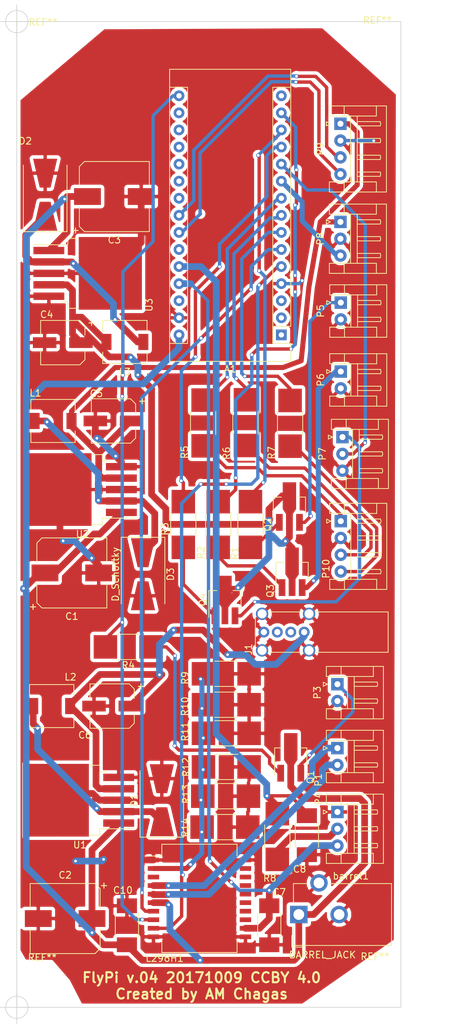
<source format=kicad_pcb>
(kicad_pcb (version 4) (host pcbnew 4.0.7-e2-6376~58~ubuntu16.04.1)
  (layers (0 F.Cu signal) (31 B.Cu signal) (34 B.Paste user) (35 F.Paste user) (36 B.SilkS user) (37 F.SilkS user) (38 B.Mask user) (39 F.Mask user) (44 Edge.Cuts user))
  (net 0 "")
  (net 1 "Net-(A1-Pad1)")
  (net 2 "Net-(A1-Pad17)")
  (net 3 "Net-(A1-Pad2)")
  (net 4 "Net-(A1-Pad18)")
  (net 5 "Net-(A1-Pad3)")
  (net 6 "Net-(A1-Pad19)")
  (net 7 "Net-(A1-Pad20)")
  (net 8 "Net-(A1-Pad5)")
  (net 9 "Net-(A1-Pad21)")
  (net 10 "Net-(A1-Pad6)")
  (net 11 "Net-(A1-Pad22)")
  (net 12 "Net-(A1-Pad7)")
  (net 13 "Net-(A1-Pad23)")
  (net 14 "Net-(A1-Pad8)")
  (net 15 "Net-(A1-Pad24)")
  (net 16 "Net-(A1-Pad9)")
  (net 17 "Net-(A1-Pad25)")
  (net 18 "Net-(A1-Pad10)")
  (net 19 "Net-(A1-Pad26)")
  (net 20 "Net-(A1-Pad11)")
  (net 21 "Net-(A1-Pad27)")
  (net 22 "Net-(A1-Pad12)")
  (net 23 "Net-(A1-Pad28)")
  (net 24 "Net-(A1-Pad13)")
  (net 25 "Net-(A1-Pad14)")
  (net 26 "Net-(A1-Pad30)")
  (net 27 "Net-(A1-Pad15)")
  (net 28 "Net-(A1-Pad16)")
  (net 29 "Net-(C4-Pad1)")
  (net 30 "Net-(C6-Pad1)")
  (net 31 "Net-(D1-Pad1)")
  (net 32 "Net-(D2-Pad1)")
  (net 33 "Net-(D3-Pad1)")
  (net 34 "Net-(L298H1-Pad2)")
  (net 35 "Net-(L298H1-Pad3)")
  (net 36 "Net-(L298H1-Pad4)")
  (net 37 "Net-(L298H1-Pad5)")
  (net 38 "Net-(L298H1-Pad13)")
  (net 39 "Net-(L298H1-Pad14)")
  (net 40 "Net-(L298H1-Pad15)")
  (net 41 "Net-(L298H1-Pad16)")
  (net 42 "Net-(L298H1-Pad17)")
  (net 43 "Net-(L298H1-Pad18)")
  (net 44 "Net-(L298H1-Pad19)")
  (net 45 "Net-(P3-Pad1)")
  (net 46 "Net-(P4-Pad2)")
  (net 47 "Net-(P5-Pad1)")
  (net 48 "Net-(P6-Pad1)")
  (net 49 "Net-(P7-Pad1)")
  (net 50 "Net-(P10-Pad1)")
  (net 51 "Net-(P10-Pad3)")
  (net 52 "Net-(P10-Pad4)")
  (net 53 "Net-(Q1-Pad1)")
  (net 54 "Net-(Q2-Pad1)")
  (net 55 "Net-(Q3-Pad1)")
  (net 56 "Net-(Q4-Pad1)")
  (net 57 "Net-(C5-Pad1)")
  (net 58 "Net-(J1-Pad2)")
  (net 59 "Net-(J1-Pad3)")
  (net 60 GND)
  (module Modules:Arduino_Nano (layer F.Cu) (at 99.6 74.6 180)
    (fp_text reference A1 (at 7.62 -5.08 180) (layer F.SilkS))
    (fp_text value Arduino_Nano_v3.x)
    (pad 1 thru_hole rect (at 0 0 180) (size 1.6 1.6) (drill 0.8) (layers *.Cu *.Mask) (net 1 "Net-(A1-Pad1)"))
    (pad 17 thru_hole oval (at 15.24 33.02 180) (size 1.6 1.6) (drill 0.8) (layers *.Cu *.Mask) (net 2 "Net-(A1-Pad17)"))
    (pad 2 thru_hole oval (at 0 2.54 180) (size 1.6 1.6) (drill 0.8) (layers *.Cu *.Mask) (net 3 "Net-(A1-Pad2)"))
    (pad 18 thru_hole oval (at 15.24 30.48 180) (size 1.6 1.6) (drill 0.8) (layers *.Cu *.Mask) (net 4 "Net-(A1-Pad18)"))
    (pad 3 thru_hole oval (at 0 5.08 180) (size 1.6 1.6) (drill 0.8) (layers *.Cu *.Mask) (net 5 "Net-(A1-Pad3)"))
    (pad 19 thru_hole oval (at 15.24 27.94 180) (size 1.6 1.6) (drill 0.8) (layers *.Cu *.Mask) (net 6 "Net-(A1-Pad19)"))
    (pad 4 thru_hole oval (at 0 7.62 180) (size 1.6 1.6) (drill 0.8) (layers *.Cu *.Mask) (net 60 GND))
    (pad 20 thru_hole oval (at 15.24 25.4 180) (size 1.6 1.6) (drill 0.8) (layers *.Cu *.Mask) (net 7 "Net-(A1-Pad20)"))
    (pad 5 thru_hole oval (at 0 10.16 180) (size 1.6 1.6) (drill 0.8) (layers *.Cu *.Mask) (net 8 "Net-(A1-Pad5)"))
    (pad 21 thru_hole oval (at 15.24 22.86 180) (size 1.6 1.6) (drill 0.8) (layers *.Cu *.Mask) (net 9 "Net-(A1-Pad21)"))
    (pad 6 thru_hole oval (at 0 12.7 180) (size 1.6 1.6) (drill 0.8) (layers *.Cu *.Mask) (net 10 "Net-(A1-Pad6)"))
    (pad 22 thru_hole oval (at 15.24 20.32 180) (size 1.6 1.6) (drill 0.8) (layers *.Cu *.Mask) (net 11 "Net-(A1-Pad22)"))
    (pad 7 thru_hole oval (at 0 15.24 180) (size 1.6 1.6) (drill 0.8) (layers *.Cu *.Mask) (net 12 "Net-(A1-Pad7)"))
    (pad 23 thru_hole oval (at 15.24 17.78 180) (size 1.6 1.6) (drill 0.8) (layers *.Cu *.Mask) (net 13 "Net-(A1-Pad23)"))
    (pad 8 thru_hole oval (at 0 17.78 180) (size 1.6 1.6) (drill 0.8) (layers *.Cu *.Mask) (net 14 "Net-(A1-Pad8)"))
    (pad 24 thru_hole oval (at 15.24 15.24 180) (size 1.6 1.6) (drill 0.8) (layers *.Cu *.Mask) (net 15 "Net-(A1-Pad24)"))
    (pad 9 thru_hole oval (at 0 20.32 180) (size 1.6 1.6) (drill 0.8) (layers *.Cu *.Mask) (net 16 "Net-(A1-Pad9)"))
    (pad 25 thru_hole oval (at 15.24 12.7 180) (size 1.6 1.6) (drill 0.8) (layers *.Cu *.Mask) (net 17 "Net-(A1-Pad25)"))
    (pad 10 thru_hole oval (at 0 22.86 180) (size 1.6 1.6) (drill 0.8) (layers *.Cu *.Mask) (net 18 "Net-(A1-Pad10)"))
    (pad 26 thru_hole oval (at 15.24 10.16 180) (size 1.6 1.6) (drill 0.8) (layers *.Cu *.Mask) (net 19 "Net-(A1-Pad26)"))
    (pad 11 thru_hole oval (at 0 25.4 180) (size 1.6 1.6) (drill 0.8) (layers *.Cu *.Mask) (net 20 "Net-(A1-Pad11)"))
    (pad 27 thru_hole oval (at 15.24 7.62 180) (size 1.6 1.6) (drill 0.8) (layers *.Cu *.Mask) (net 21 "Net-(A1-Pad27)"))
    (pad 12 thru_hole oval (at 0 27.94 180) (size 1.6 1.6) (drill 0.8) (layers *.Cu *.Mask) (net 22 "Net-(A1-Pad12)"))
    (pad 28 thru_hole oval (at 15.24 5.08 180) (size 1.6 1.6) (drill 0.8) (layers *.Cu *.Mask) (net 23 "Net-(A1-Pad28)"))
    (pad 13 thru_hole oval (at 0 30.48 180) (size 1.6 1.6) (drill 0.8) (layers *.Cu *.Mask) (net 24 "Net-(A1-Pad13)"))
    (pad 29 thru_hole oval (at 15.24 2.54 180) (size 1.6 1.6) (drill 0.8) (layers *.Cu *.Mask) (net 60 GND))
    (pad 14 thru_hole oval (at 0 33.02 180) (size 1.6 1.6) (drill 0.8) (layers *.Cu *.Mask) (net 25 "Net-(A1-Pad14)"))
    (pad 30 thru_hole oval (at 15.24 0 180) (size 1.6 1.6) (drill 0.8) (layers *.Cu *.Mask) (net 26 "Net-(A1-Pad30)"))
    (pad 15 thru_hole oval (at 0 35.56 180) (size 1.6 1.6) (drill 0.8) (layers *.Cu *.Mask) (net 27 "Net-(A1-Pad15)"))
    (pad 16 thru_hole oval (at 15.24 35.56 180) (size 1.6 1.6) (drill 0.8) (layers *.Cu *.Mask) (net 28 "Net-(A1-Pad16)"))
  )
  (module Connectors:Barrel_Jack_CUI_PJ-102AH (layer F.Cu) (at 102.2 160.8 90)
    (fp_text reference barrel1 (at 5.725 7.75 180) (layer F.SilkS))
    (fp_text value BARREL_JACK (at -6 3.525 180) (layer F.SilkS))
    (pad 1 thru_hole rect (at 0 0 90) (size 2.6 2.6) (drill 1.6) (layers *.Cu *.Mask) (net 26 "Net-(A1-Pad30)"))
    (pad 2 thru_hole circle (at 0 6 90) (size 2.6 2.6) (drill 1.6) (layers *.Cu *.Mask) (net 60 GND))
    (pad 3 thru_hole circle (at 4.7 3 90) (size 2.6 2.6) (drill 1.6) (layers *.Cu *.Mask) (net 60 GND))
  )
  (module Capacitors_SMD:CP_Elec_10x10 (layer F.Cu) (at 68.4 110)
    (fp_text reference C1 (at 0 6.46) (layer F.SilkS))
    (fp_text value 680µ)
    (fp_text user + (at -5.78 4.97) (layer F.SilkS))
    (pad 1 smd rect (at -4 0 180) (size 4 2.5) (layers F.Cu F.Paste F.Mask) (net 26 "Net-(A1-Pad30)"))
    (pad 2 smd rect (at 4 0 180) (size 4 2.5) (layers F.Cu F.Paste F.Mask) (net 60 GND))
  )
  (module Capacitors_SMD:CP_Elec_10x10 (layer F.Cu) (at 67.4 161.4 180)
    (fp_text reference C2 (at 0 6.46 180) (layer F.SilkS))
    (fp_text value 680µ)
    (fp_text user + (at -5.78 4.97 180) (layer F.SilkS))
    (pad 1 smd rect (at -4 0) (size 4 2.5) (layers F.Cu F.Paste F.Mask) (net 26 "Net-(A1-Pad30)"))
    (pad 2 smd rect (at 4 0) (size 4 2.5) (layers F.Cu F.Paste F.Mask) (net 60 GND))
  )
  (module Capacitors_SMD:CP_Elec_10x10 (layer F.Cu) (at 74.725 54.025)
    (fp_text reference C3 (at 0 6.46) (layer F.SilkS))
    (fp_text value 680µ)
    (fp_text user + (at -5.78 4.97) (layer F.SilkS))
    (pad 1 smd rect (at -4 0 180) (size 4 2.5) (layers F.Cu F.Paste F.Mask) (net 26 "Net-(A1-Pad30)"))
    (pad 2 smd rect (at 4 0 180) (size 4 2.5) (layers F.Cu F.Paste F.Mask) (net 60 GND))
  )
  (module Capacitors_SMD:CP_Elec_6.3x5.3 (layer F.Cu) (at 67.05 75.75 180)
    (fp_text reference C4 (at 2.4 4.175 180) (layer F.SilkS))
    (fp_text value 220µ)
    (fp_text user + (at -4.28 3.01 180) (layer F.SilkS))
    (pad 1 smd rect (at -2.7 0) (size 3.5 1.6) (layers F.Cu F.Paste F.Mask) (net 29 "Net-(C4-Pad1)"))
    (pad 2 smd rect (at 2.7 0) (size 3.5 1.6) (layers F.Cu F.Paste F.Mask) (net 60 GND))
  )
  (module Capacitors_SMD:CP_Elec_6.3x5.3 (layer F.Cu) (at 74.6 87.4 180)
    (fp_text reference C5 (at 2.55 4.075 180) (layer F.SilkS))
    (fp_text value 220µ)
    (fp_text user + (at -4.28 3.01 180) (layer F.SilkS))
    (pad 1 smd rect (at -2.7 0) (size 3.5 1.6) (layers F.Cu F.Paste F.Mask) (net 57 "Net-(C5-Pad1)"))
    (pad 2 smd rect (at 2.7 0) (size 3.5 1.6) (layers F.Cu F.Paste F.Mask) (net 60 GND))
  )
  (module Capacitors_SMD:CP_Elec_6.3x5.3 (layer F.Cu) (at 74.4 129.8 180)
    (fp_text reference C6 (at 4.064 -4.318 360) (layer F.SilkS))
    (fp_text value 220µ)
    (fp_text user + (at -4.28 3.01 180) (layer F.SilkS))
    (pad 1 smd rect (at -2.7 0) (size 3.5 1.6) (layers F.Cu F.Paste F.Mask) (net 30 "Net-(C6-Pad1)"))
    (pad 2 smd rect (at 2.7 0) (size 3.5 1.6) (layers F.Cu F.Paste F.Mask) (net 60 GND))
  )
  (module Diodes_SMD:D_SMB-SMC_Universal_Handsoldering (layer F.Cu) (at 81.8 143.8 90)
    (fp_text reference D1 (at 0 -4.1 90) (layer F.SilkS))
    (fp_text value "Schottky 5A")
    (pad 1 smd trapezoid (at -3.2 0 90) (size 4.3 2.6) (rect_delta 1 0) (layers F.Cu F.Paste F.Mask) (net 31 "Net-(D1-Pad1)"))
    (pad 2 smd trapezoid (at 3.2 0 270) (size 4.3 2.6) (rect_delta 1 0) (layers F.Cu F.Paste F.Mask) (net 60 GND))
  )
  (module Diodes_SMD:D_SMB-SMC_Universal_Handsoldering (layer F.Cu) (at 64.425 53.75 90)
    (fp_text reference D2 (at 7.98 -2.955 180) (layer F.SilkS))
    (fp_text value "Schottky 5A")
    (pad 1 smd trapezoid (at -3.2 0 90) (size 4.3 2.6) (rect_delta 1 0) (layers F.Cu F.Paste F.Mask) (net 32 "Net-(D2-Pad1)"))
    (pad 2 smd trapezoid (at 3.2 0 270) (size 4.3 2.6) (rect_delta 1 0) (layers F.Cu F.Paste F.Mask) (net 60 GND))
  )
  (module Diodes_SMD:D_SMB-SMC_Universal_Handsoldering (layer F.Cu) (at 79 110.2 270)
    (fp_text reference D3 (at 0 -4.1 270) (layer F.SilkS))
    (fp_text value D_Schottky (at 0 4.1 270) (layer F.SilkS))
    (pad 1 smd trapezoid (at -3.2 0 270) (size 4.3 2.6) (rect_delta 1 0) (layers F.Cu F.Paste F.Mask) (net 33 "Net-(D3-Pad1)"))
    (pad 2 smd trapezoid (at 3.2 0 90) (size 4.3 2.6) (rect_delta 1 0) (layers F.Cu F.Paste F.Mask) (net 60 GND))
  )
  (module Inductors_SMD:L_6.3x6.3_H3 (layer F.Cu) (at 65.6 87.4)
    (fp_text reference L1 (at -2.625 -4.15) (layer F.SilkS))
    (fp_text value 33µH)
    (pad 1 smd rect (at -2.75 0) (size 1.5 2.4) (layers F.Cu F.Paste F.Mask) (net 33 "Net-(D3-Pad1)"))
    (pad 2 smd rect (at 2.75 0) (size 1.5 2.4) (layers F.Cu F.Paste F.Mask) (net 57 "Net-(C5-Pad1)"))
  )
  (module Inductors_SMD:L_6.3x6.3_H3 (layer F.Cu) (at 65.4 129.8)
    (fp_text reference L2 (at 2.794 -4.318 180) (layer F.SilkS))
    (fp_text value 33µH)
    (pad 1 smd rect (at -2.75 0) (size 1.5 2.4) (layers F.Cu F.Paste F.Mask) (net 31 "Net-(D1-Pad1)"))
    (pad 2 smd rect (at 2.75 0) (size 1.5 2.4) (layers F.Cu F.Paste F.Mask) (net 30 "Net-(C6-Pad1)"))
  )
  (module Inductors_SMD:L_6.3x6.3_H3 (layer F.Cu) (at 76.3 75.65 180)
    (fp_text reference L3 (at 0 -4.45 180) (layer F.SilkS))
    (fp_text value 33µH)
    (pad 1 smd rect (at -2.75 0 180) (size 1.5 2.4) (layers F.Cu F.Paste F.Mask) (net 32 "Net-(D2-Pad1)"))
    (pad 2 smd rect (at 2.75 0 180) (size 1.5 2.4) (layers F.Cu F.Paste F.Mask) (net 29 "Net-(C4-Pad1)"))
  )
  (module Housings_SOIC:HSOP-20-1EP_11.0x15.9mm_Pitch1.27mm_SlugUp (layer F.Cu) (at 87.4 158.4)
    (fp_text reference L298H1 (at -5.19 8.91) (layer F.SilkS))
    (fp_text value L298P)
    (pad 1 smd rect (at -6.85 -5.715) (size 1.7 0.7) (layers F.Cu F.Paste F.Mask) (net 60 GND))
    (pad 2 smd rect (at -6.85 -4.445) (size 1.7 0.7) (layers F.Cu F.Paste F.Mask) (net 34 "Net-(L298H1-Pad2)"))
    (pad 3 smd rect (at -6.85 -3.175) (size 1.7 0.7) (layers F.Cu F.Paste F.Mask) (net 35 "Net-(L298H1-Pad3)"))
    (pad 4 smd rect (at -6.85 -1.905) (size 1.7 0.7) (layers F.Cu F.Paste F.Mask) (net 36 "Net-(L298H1-Pad4)"))
    (pad 5 smd rect (at -6.85 -0.635) (size 1.7 0.7) (layers F.Cu F.Paste F.Mask) (net 37 "Net-(L298H1-Pad5)"))
    (pad 6 smd rect (at -6.85 0.635) (size 1.7 0.7) (layers F.Cu F.Paste F.Mask) (net 26 "Net-(A1-Pad30)"))
    (pad 7 smd rect (at -6.85 1.905) (size 1.7 0.7) (layers F.Cu F.Paste F.Mask) (net 10 "Net-(A1-Pad6)"))
    (pad 8 smd rect (at -6.85 3.175) (size 1.7 0.7) (layers F.Cu F.Paste F.Mask) (net 28 "Net-(A1-Pad16)"))
    (pad 9 smd rect (at -6.85 4.445) (size 1.7 0.7) (layers F.Cu F.Paste F.Mask) (net 8 "Net-(A1-Pad5)"))
    (pad 10 smd rect (at -6.85 5.715) (size 1.7 0.7) (layers F.Cu F.Paste F.Mask) (net 60 GND))
    (pad 11 smd rect (at 6.85 5.715) (size 1.7 0.7) (layers F.Cu F.Paste F.Mask) (net 60 GND))
    (pad 12 smd rect (at 6.85 4.445) (size 1.7 0.7) (layers F.Cu F.Paste F.Mask) (net 21 "Net-(A1-Pad27)"))
    (pad 13 smd rect (at 6.85 3.175) (size 1.7 0.7) (layers F.Cu F.Paste F.Mask) (net 38 "Net-(L298H1-Pad13)"))
    (pad 14 smd rect (at 6.85 1.905) (size 1.7 0.7) (layers F.Cu F.Paste F.Mask) (net 39 "Net-(L298H1-Pad14)"))
    (pad 15 smd rect (at 6.85 0.635) (size 1.7 0.7) (layers F.Cu F.Paste F.Mask) (net 40 "Net-(L298H1-Pad15)"))
    (pad 16 smd rect (at 6.85 -0.635) (size 1.7 0.7) (layers F.Cu F.Paste F.Mask) (net 41 "Net-(L298H1-Pad16)"))
    (pad 17 smd rect (at 6.85 -1.905) (size 1.7 0.7) (layers F.Cu F.Paste F.Mask) (net 42 "Net-(L298H1-Pad17)"))
    (pad 18 smd rect (at 6.85 -3.175) (size 1.7 0.7) (layers F.Cu F.Paste F.Mask) (net 43 "Net-(L298H1-Pad18)"))
    (pad 19 smd rect (at 6.85 -4.445) (size 1.7 0.7) (layers F.Cu F.Paste F.Mask) (net 44 "Net-(L298H1-Pad19)"))
    (pad 20 smd rect (at 6.85 -5.715) (size 1.7 0.7) (layers F.Cu F.Paste F.Mask) (net 60 GND))
  )
  (module Connectors_JST:JST_EH_S02B-EH_02x2.50mm_Angled (layer F.Cu) (at 107.95 136.05 270)
    (fp_text reference P1 (at 4.74 2.84 270) (layer F.SilkS))
    (fp_text value PeltS1S2)
    (pad 1 thru_hole rect (at 0 0 270) (size 1.85 1.85) (drill 0.9) (layers *.Cu *.Mask) (net 36 "Net-(L298H1-Pad4)"))
    (pad 2 thru_hole circle (at 2.5 0 270) (size 1.85 1.85) (drill 0.9) (layers *.Cu *.Mask) (net 37 "Net-(L298H1-Pad5)"))
  )
  (module Connectors_JST:JST_EH_S02B-EH_02x2.50mm_Angled (layer F.Cu) (at 107.95 126.55 270)
    (fp_text reference P3 (at 1.25 3 270) (layer F.SilkS))
    (fp_text value Fan+-)
    (pad 1 thru_hole rect (at 0 0 270) (size 1.85 1.85) (drill 0.9) (layers *.Cu *.Mask) (net 45 "Net-(P3-Pad1)"))
    (pad 2 thru_hole circle (at 2.5 0 270) (size 1.85 1.85) (drill 0.9) (layers *.Cu *.Mask) (net 60 GND))
  )
  (module Connectors_JST:JST_EH_S03B-EH_03x2.50mm_Angled (layer F.Cu) (at 107.95 145.55 270)
    (fp_text reference P4 (at -2 2.8 270) (layer F.SilkS))
    (fp_text value "Therm +s-")
    (pad 1 thru_hole rect (at 0 0 270) (size 1.85 1.85) (drill 0.9) (layers *.Cu *.Mask) (net 60 GND))
    (pad 2 thru_hole circle (at 2.5 0 270) (size 1.85 1.85) (drill 0.9) (layers *.Cu *.Mask) (net 46 "Net-(P4-Pad2)"))
    (pad 3 thru_hole circle (at 5 0 270) (size 1.85 1.85) (drill 0.9) (layers *.Cu *.Mask) (net 21 "Net-(A1-Pad27)"))
  )
  (module Connectors_JST:JST_EH_S02B-EH_02x2.50mm_Angled (layer F.Cu) (at 108.45 69.8 270)
    (fp_text reference P5 (at 1.25 3 270) (layer F.SilkS))
    (fp_text value HP1+-)
    (pad 1 thru_hole rect (at 0 0 270) (size 1.85 1.85) (drill 0.9) (layers *.Cu *.Mask) (net 47 "Net-(P5-Pad1)"))
    (pad 2 thru_hole circle (at 2.5 0 270) (size 1.85 1.85) (drill 0.9) (layers *.Cu *.Mask) (net 60 GND))
  )
  (module Connectors_JST:JST_EH_S02B-EH_02x2.50mm_Angled (layer F.Cu) (at 108.45 80.05 270)
    (fp_text reference P6 (at 1.25 3 270) (layer F.SilkS))
    (fp_text value HP2+-)
    (pad 1 thru_hole rect (at 0 0 270) (size 1.85 1.85) (drill 0.9) (layers *.Cu *.Mask) (net 48 "Net-(P6-Pad1)"))
    (pad 2 thru_hole circle (at 2.5 0 270) (size 1.85 1.85) (drill 0.9) (layers *.Cu *.Mask) (net 60 GND))
  )
  (module Connectors_JST:JST_EH_S03B-EH_03x2.50mm_Angled (layer F.Cu) (at 108.7 89.8 270)
    (fp_text reference P7 (at 2.5 3 270) (layer F.SilkS))
    (fp_text value "servo +s-")
    (pad 1 thru_hole rect (at 0 0 270) (size 1.85 1.85) (drill 0.9) (layers *.Cu *.Mask) (net 49 "Net-(P7-Pad1)"))
    (pad 2 thru_hole circle (at 2.5 0 270) (size 1.85 1.85) (drill 0.9) (layers *.Cu *.Mask) (net 20 "Net-(A1-Pad11)"))
    (pad 3 thru_hole circle (at 5 0 270) (size 1.85 1.85) (drill 0.9) (layers *.Cu *.Mask) (net 60 GND))
  )
  (module Connectors_JST:JST_EH_S03B-EH_03x2.50mm_Angled (layer F.Cu) (at 108.4 57.8 270)
    (fp_text reference P8 (at 2.5 3 270) (layer F.SilkS))
    (fp_text value "Ring +-s")
    (pad 1 thru_hole rect (at 0 0 270) (size 1.85 1.85) (drill 0.9) (layers *.Cu *.Mask) (net 57 "Net-(C5-Pad1)"))
    (pad 2 thru_hole circle (at 2.5 0 270) (size 1.85 1.85) (drill 0.9) (layers *.Cu *.Mask) (net 60 GND))
    (pad 3 thru_hole circle (at 5 0 270) (size 1.85 1.85) (drill 0.9) (layers *.Cu *.Mask) (net 18 "Net-(A1-Pad10)"))
  )
  (module Connectors_JST:JST_EH_S04B-EH_04x2.50mm_Angled (layer F.Cu) (at 108.4 43.2 270)
    (fp_text reference P9 (at 3.75 3 270) (layer F.SilkS))
    (fp_text value "matrix +-sdsc")
    (pad 1 thru_hole rect (at 0 0 270) (size 1.85 1.85) (drill 0.9) (layers *.Cu *.Mask) (net 57 "Net-(C5-Pad1)"))
    (pad 2 thru_hole circle (at 2.5 0 270) (size 1.85 1.85) (drill 0.9) (layers *.Cu *.Mask) (net 60 GND))
    (pad 3 thru_hole circle (at 5 0 270) (size 1.85 1.85) (drill 0.9) (layers *.Cu *.Mask) (net 13 "Net-(A1-Pad23)"))
    (pad 4 thru_hole circle (at 7.5 0 270) (size 1.85 1.85) (drill 0.9) (layers *.Cu *.Mask) (net 15 "Net-(A1-Pad24)"))
  )
  (module Connectors_JST:JST_EH_S04B-EH_04x2.50mm_Angled (layer F.Cu) (at 108.45 102.3 270)
    (fp_text reference P10 (at 7.08 2.2 270) (layer F.SilkS))
    (fp_text value "RGB RG-B")
    (pad 1 thru_hole rect (at 0 0 270) (size 1.85 1.85) (drill 0.9) (layers *.Cu *.Mask) (net 50 "Net-(P10-Pad1)"))
    (pad 2 thru_hole circle (at 2.5 0 270) (size 1.85 1.85) (drill 0.9) (layers *.Cu *.Mask) (net 60 GND))
    (pad 3 thru_hole circle (at 5 0 270) (size 1.85 1.85) (drill 0.9) (layers *.Cu *.Mask) (net 51 "Net-(P10-Pad3)"))
    (pad 4 thru_hole circle (at 7.5 0 270) (size 1.85 1.85) (drill 0.9) (layers *.Cu *.Mask) (net 52 "Net-(P10-Pad4)"))
  )
  (module TO_SOT_Packages_SMD:SOT-89-3_Handsoldering (layer F.Cu) (at 101 137.8 90)
    (fp_text reference Q1 (at -2.57 2.96 270) (layer F.SilkS))
    (fp_text value 1A_NPN_ECB)
    (pad 1 smd rect (at -1.98 -1.5) (size 1 2.5) (layers F.Cu F.Paste F.Mask) (net 53 "Net-(Q1-Pad1)"))
    (pad 2 smd rect (at -1.98 0) (size 1 2.5) (layers F.Cu F.Paste F.Mask) (net 26 "Net-(A1-Pad30)"))
    (pad 3 smd rect (at -1.98 1.5) (size 1 2.5) (layers F.Cu F.Paste F.Mask) (net 45 "Net-(P3-Pad1)"))
    (pad 2 smd rect (at 1.98 0) (size 2 4) (layers F.Cu F.Paste F.Mask) (net 26 "Net-(A1-Pad30)"))
    (pad 2 smd trapezoid (at -0.37 0 180) (size 1.5 0.75) (rect_delta 0 0.5) (layers F.Cu F.Paste F.Mask) (net 26 "Net-(A1-Pad30)"))
  )
  (module TO_SOT_Packages_SMD:SOT-89-3_Handsoldering (layer F.Cu) (at 100.8 100.5 90)
    (fp_text reference Q2 (at -2.32 -3.23 90) (layer F.SilkS))
    (fp_text value 1A-NPN-ECB)
    (pad 1 smd rect (at -1.98 -1.5) (size 1 2.5) (layers F.Cu F.Paste F.Mask) (net 54 "Net-(Q2-Pad1)"))
    (pad 2 smd rect (at -1.98 0) (size 1 2.5) (layers F.Cu F.Paste F.Mask) (net 29 "Net-(C4-Pad1)"))
    (pad 3 smd rect (at -1.98 1.5) (size 1 2.5) (layers F.Cu F.Paste F.Mask) (net 47 "Net-(P5-Pad1)"))
    (pad 2 smd rect (at 1.98 0) (size 2 4) (layers F.Cu F.Paste F.Mask) (net 29 "Net-(C4-Pad1)"))
    (pad 2 smd trapezoid (at -0.37 0 180) (size 1.5 0.75) (rect_delta 0 0.5) (layers F.Cu F.Paste F.Mask) (net 29 "Net-(C4-Pad1)"))
  )
  (module TO_SOT_Packages_SMD:SOT-89-3_Handsoldering (layer F.Cu) (at 101.2 110.2 90)
    (fp_text reference Q3 (at -2.48 -3.24 90) (layer F.SilkS))
    (fp_text value 1A_NPN_ECB)
    (pad 1 smd rect (at -1.98 -1.5) (size 1 2.5) (layers F.Cu F.Paste F.Mask) (net 55 "Net-(Q3-Pad1)"))
    (pad 2 smd rect (at -1.98 0) (size 1 2.5) (layers F.Cu F.Paste F.Mask) (net 29 "Net-(C4-Pad1)"))
    (pad 3 smd rect (at -1.98 1.5) (size 1 2.5) (layers F.Cu F.Paste F.Mask) (net 48 "Net-(P6-Pad1)"))
    (pad 2 smd rect (at 1.98 0) (size 2 4) (layers F.Cu F.Paste F.Mask) (net 29 "Net-(C4-Pad1)"))
    (pad 2 smd trapezoid (at -0.37 0 180) (size 1.5 0.75) (rect_delta 0 0.5) (layers F.Cu F.Paste F.Mask) (net 29 "Net-(C4-Pad1)"))
  )
  (module TO_SOT_Packages_SMD:SOT-89-3_Handsoldering (layer F.Cu) (at 91.2 114.4 90)
    (fp_text reference Q4 (at 0.45 -3.3 90) (layer F.SilkS))
    (fp_text value 1A_NPN_ECB)
    (pad 1 smd rect (at -1.98 -1.5) (size 1 2.5) (layers F.Cu F.Paste F.Mask) (net 56 "Net-(Q4-Pad1)"))
    (pad 2 smd rect (at -1.98 0) (size 1 2.5) (layers F.Cu F.Paste F.Mask) (net 29 "Net-(C4-Pad1)"))
    (pad 3 smd rect (at -1.98 1.5) (size 1 2.5) (layers F.Cu F.Paste F.Mask) (net 49 "Net-(P7-Pad1)"))
    (pad 2 smd rect (at 1.98 0) (size 2 4) (layers F.Cu F.Paste F.Mask) (net 29 "Net-(C4-Pad1)"))
    (pad 2 smd trapezoid (at -0.37 0 180) (size 1.5 0.75) (rect_delta 0 0.5) (layers F.Cu F.Paste F.Mask) (net 29 "Net-(C4-Pad1)"))
  )
  (module Resistors_SMD:R_1812_HandSoldering (layer F.Cu) (at 91.4 125 180)
    (fp_text reference R9 (at 6.13 -0.62 270) (layer F.SilkS))
    (fp_text value 0.1m)
    (pad 1 smd rect (at -3.4 0 180) (size 3.5 3.5) (layers F.Cu F.Paste F.Mask) (net 60 GND))
    (pad 2 smd rect (at 3.4 0 180) (size 3.5 3.5) (layers F.Cu F.Paste F.Mask) (net 34 "Net-(L298H1-Pad2)"))
  )
  (module Resistors_SMD:R_1812_HandSoldering (layer F.Cu) (at 91.4 129.6 180)
    (fp_text reference R10 (at 6.16 -0.24 270) (layer F.SilkS))
    (fp_text value 0.1m)
    (pad 1 smd rect (at -3.4 0 180) (size 3.5 3.5) (layers F.Cu F.Paste F.Mask) (net 60 GND))
    (pad 2 smd rect (at 3.4 0 180) (size 3.5 3.5) (layers F.Cu F.Paste F.Mask) (net 34 "Net-(L298H1-Pad2)"))
  )
  (module Resistors_SMD:R_1812_HandSoldering (layer F.Cu) (at 91.4 133.85 180)
    (fp_text reference R11 (at 6.13 0.26 270) (layer F.SilkS))
    (fp_text value 0.1m)
    (pad 1 smd rect (at -3.4 0 180) (size 3.5 3.5) (layers F.Cu F.Paste F.Mask) (net 60 GND))
    (pad 2 smd rect (at 3.4 0 180) (size 3.5 3.5) (layers F.Cu F.Paste F.Mask) (net 34 "Net-(L298H1-Pad2)"))
  )
  (module Resistors_SMD:R_1812_HandSoldering (layer F.Cu) (at 91.4 138.85 180)
    (fp_text reference R12 (at 5.98 -0.02 270) (layer F.SilkS))
    (fp_text value 0.1m)
    (pad 1 smd rect (at -3.4 0 180) (size 3.5 3.5) (layers F.Cu F.Paste F.Mask) (net 60 GND))
    (pad 2 smd rect (at 3.4 0 180) (size 3.5 3.5) (layers F.Cu F.Paste F.Mask) (net 34 "Net-(L298H1-Pad2)"))
  )
  (module Resistors_SMD:R_1812_HandSoldering (layer F.Cu) (at 91.3 143.2 180)
    (fp_text reference R13 (at 5.89 0.31 270) (layer F.SilkS))
    (fp_text value 0.1m)
    (pad 1 smd rect (at -3.4 0 180) (size 3.5 3.5) (layers F.Cu F.Paste F.Mask) (net 60 GND))
    (pad 2 smd rect (at 3.4 0 180) (size 3.5 3.5) (layers F.Cu F.Paste F.Mask) (net 34 "Net-(L298H1-Pad2)"))
  )
  (module Resistors_SMD:R_1812_HandSoldering (layer F.Cu) (at 91.2 147.8 180)
    (fp_text reference R14 (at 5.89 -0.07 270) (layer F.SilkS))
    (fp_text value 0.1m)
    (pad 1 smd rect (at -3.4 0 180) (size 3.5 3.5) (layers F.Cu F.Paste F.Mask) (net 60 GND))
    (pad 2 smd rect (at 3.4 0 180) (size 3.5 3.5) (layers F.Cu F.Paste F.Mask) (net 34 "Net-(L298H1-Pad2)"))
  )
  (module TO_SOT_Packages_SMD:TO-263-5_TabPin3 (layer F.Cu) (at 69.6 143.8 180)
    (fp_text reference U1 (at 0 -6.65 180) (layer F.SilkS))
    (fp_text value LM2596S-5)
    (pad 1 smd rect (at -5.775 -3.4 180) (size 4.6 1.1) (layers F.Cu F.Paste F.Mask) (net 26 "Net-(A1-Pad30)"))
    (pad 2 smd rect (at -5.775 -1.7 180) (size 4.6 1.1) (layers F.Cu F.Paste F.Mask) (net 31 "Net-(D1-Pad1)"))
    (pad 3 smd rect (at -5.775 0 180) (size 4.6 1.1) (layers F.Cu F.Paste F.Mask) (net 60 GND))
    (pad 4 smd rect (at -5.775 1.7 180) (size 4.6 1.1) (layers F.Cu F.Paste F.Mask) (net 30 "Net-(C6-Pad1)"))
    (pad 5 smd rect (at -5.775 3.4 180) (size 4.6 1.1) (layers F.Cu F.Paste F.Mask) (net 60 GND))
    (pad 3 smd rect (at 3.375 0 180) (size 9.4 10.8) (layers F.Cu F.Mask) (net 60 GND))
    (pad 3 smd rect (at 5.8 2.775 180) (size 4.55 5.25) (layers F.Cu F.Paste) (net 60 GND))
    (pad 3 smd rect (at 0.95 -2.775 180) (size 4.55 5.25) (layers F.Cu F.Paste) (net 60 GND))
    (pad 3 smd rect (at 5.8 -2.775 180) (size 4.55 5.25) (layers F.Cu F.Paste) (net 60 GND))
    (pad 3 smd rect (at 0.95 2.775 180) (size 4.55 5.25) (layers F.Cu F.Paste) (net 60 GND))
  )
  (module TO_SOT_Packages_SMD:TO-263-5_TabPin3 (layer F.Cu) (at 70 97.6 180)
    (fp_text reference U2 (at 0 -6.65 180) (layer F.SilkS))
    (fp_text value LM2596S-5)
    (pad 1 smd rect (at -5.775 -3.4 180) (size 4.6 1.1) (layers F.Cu F.Paste F.Mask) (net 26 "Net-(A1-Pad30)"))
    (pad 2 smd rect (at -5.775 -1.7 180) (size 4.6 1.1) (layers F.Cu F.Paste F.Mask) (net 33 "Net-(D3-Pad1)"))
    (pad 3 smd rect (at -5.775 0 180) (size 4.6 1.1) (layers F.Cu F.Paste F.Mask) (net 60 GND))
    (pad 4 smd rect (at -5.775 1.7 180) (size 4.6 1.1) (layers F.Cu F.Paste F.Mask) (net 57 "Net-(C5-Pad1)"))
    (pad 5 smd rect (at -5.775 3.4 180) (size 4.6 1.1) (layers F.Cu F.Paste F.Mask) (net 60 GND))
    (pad 3 smd rect (at 3.375 0 180) (size 9.4 10.8) (layers F.Cu F.Mask) (net 60 GND))
    (pad 3 smd rect (at 5.8 2.775 180) (size 4.55 5.25) (layers F.Cu F.Paste) (net 60 GND))
    (pad 3 smd rect (at 0.95 -2.775 180) (size 4.55 5.25) (layers F.Cu F.Paste) (net 60 GND))
    (pad 3 smd rect (at 5.8 -2.775 180) (size 4.55 5.25) (layers F.Cu F.Paste) (net 60 GND))
    (pad 3 smd rect (at 0.95 2.775 180) (size 4.55 5.25) (layers F.Cu F.Paste) (net 60 GND))
  )
  (module TO_SOT_Packages_SMD:TO-263-5_TabPin3 (layer F.Cu) (at 70.75 65.45)
    (fp_text reference U3 (at 9.15 4.7 270) (layer F.SilkS))
    (fp_text value LM2596S-5)
    (pad 1 smd rect (at -5.775 -3.4) (size 4.6 1.1) (layers F.Cu F.Paste F.Mask) (net 26 "Net-(A1-Pad30)"))
    (pad 2 smd rect (at -5.775 -1.7) (size 4.6 1.1) (layers F.Cu F.Paste F.Mask) (net 32 "Net-(D2-Pad1)"))
    (pad 3 smd rect (at -5.775 0) (size 4.6 1.1) (layers F.Cu F.Paste F.Mask) (net 60 GND))
    (pad 4 smd rect (at -5.775 1.7) (size 4.6 1.1) (layers F.Cu F.Paste F.Mask) (net 29 "Net-(C4-Pad1)"))
    (pad 5 smd rect (at -5.775 3.4) (size 4.6 1.1) (layers F.Cu F.Paste F.Mask) (net 60 GND))
    (pad 3 smd rect (at 3.375 0) (size 9.4 10.8) (layers F.Cu F.Mask) (net 60 GND))
    (pad 3 smd rect (at 5.8 2.775) (size 4.55 5.25) (layers F.Cu F.Paste) (net 60 GND))
    (pad 3 smd rect (at 0.95 -2.775) (size 4.55 5.25) (layers F.Cu F.Paste) (net 60 GND))
    (pad 3 smd rect (at 5.8 -2.775) (size 4.55 5.25) (layers F.Cu F.Paste) (net 60 GND))
    (pad 3 smd rect (at 0.95 2.775) (size 4.55 5.25) (layers F.Cu F.Paste) (net 60 GND))
  )
  (module Connectors:USB_A_Vertical (layer F.Cu) (at 103 118.8 270)
    (fp_text reference J1 (at 2.57 8.28 450) (layer F.SilkS))
    (fp_text value USB_A)
    (pad 1 thru_hole circle (at 0 0 270) (size 1.62 1.62) (drill 0.92) (layers *.Cu *.Mask) (net 30 "Net-(C6-Pad1)"))
    (pad 2 thru_hole circle (at 0 2 270) (size 1.62 1.62) (drill 0.92) (layers *.Cu *.Mask) (net 58 "Net-(J1-Pad2)"))
    (pad 3 thru_hole circle (at 0 4 270) (size 1.62 1.62) (drill 0.92) (layers *.Cu *.Mask) (net 59 "Net-(J1-Pad3)"))
    (pad 5 thru_hole circle (at 2.72 -0.73 270) (size 1.85 1.85) (drill 1.35) (layers *.Cu *.Mask) (net 60 GND))
    (pad 4 thru_hole circle (at 0 6 270) (size 1.62 1.62) (drill 0.92) (layers *.Cu *.Mask) (net 60 GND))
    (pad 5 thru_hole circle (at 2.72 6.27 270) (size 1.85 1.85) (drill 1.35) (layers *.Cu *.Mask) (net 60 GND))
    (pad 5 thru_hole circle (at -2.72 -0.73 270) (size 1.85 1.85) (drill 1.35) (layers *.Cu *.Mask) (net 60 GND))
    (pad 5 thru_hole circle (at -2.72 6.27 270) (size 1.85 1.85) (drill 1.35) (layers *.Cu *.Mask) (net 60 GND))
  )
  (module Resistors_SMD:R_1812_HandSoldering (layer F.Cu) (at 76.8 121 180)
    (fp_text reference R4 (at 0 -2.72 180) (layer F.SilkS))
    (fp_text value 270)
    (pad 1 smd rect (at -3.4 0 180) (size 3.5 3.5) (layers F.Cu F.Paste F.Mask) (net 53 "Net-(Q1-Pad1)"))
    (pad 2 smd rect (at 3.4 0 180) (size 3.5 3.5) (layers F.Cu F.Paste F.Mask) (net 28 "Net-(A1-Pad16)"))
  )
  (module Resistors_SMD:R_1812_HandSoldering (layer F.Cu) (at 85 102.8 90)
    (fp_text reference R3 (at -0.66 -2.74 90) (layer F.SilkS))
    (fp_text value 270)
    (pad 1 smd rect (at -3.4 0 90) (size 3.5 3.5) (layers F.Cu F.Paste F.Mask) (net 56 "Net-(Q4-Pad1)"))
    (pad 2 smd rect (at 3.4 0 90) (size 3.5 3.5) (layers F.Cu F.Paste F.Mask) (net 22 "Net-(A1-Pad12)"))
  )
  (module Resistors_SMD:R_1812_HandSoldering (layer F.Cu) (at 90.2 102.8 90)
    (fp_text reference R2 (at -4.18 -2.55 90) (layer F.SilkS))
    (fp_text value 270)
    (pad 1 smd rect (at -3.4 0 90) (size 3.5 3.5) (layers F.Cu F.Paste F.Mask) (net 55 "Net-(Q3-Pad1)"))
    (pad 2 smd rect (at 3.4 0 90) (size 3.5 3.5) (layers F.Cu F.Paste F.Mask) (net 25 "Net-(A1-Pad14)"))
  )
  (module Resistors_SMD:R_1812_HandSoldering (layer F.Cu) (at 95 102.8 90)
    (fp_text reference R1 (at -4.27 -2.35 90) (layer F.SilkS))
    (fp_text value 270)
    (pad 1 smd rect (at -3.4 0 90) (size 3.5 3.5) (layers F.Cu F.Paste F.Mask) (net 54 "Net-(Q2-Pad1)"))
    (pad 2 smd rect (at 3.4 0 90) (size 3.5 3.5) (layers F.Cu F.Paste F.Mask) (net 24 "Net-(A1-Pad13)"))
  )
  (module Resistors_SMD:R_1812_HandSoldering (layer F.Cu) (at 100.9 87.75 90)
    (fp_text reference R7 (at -4.38 -2.75 90) (layer F.SilkS))
    (fp_text value 220)
    (pad 1 smd rect (at -3.4 0 90) (size 3.5 3.5) (layers F.Cu F.Paste F.Mask) (net 52 "Net-(P10-Pad4)"))
    (pad 2 smd rect (at 3.4 0 90) (size 3.5 3.5) (layers F.Cu F.Paste F.Mask) (net 12 "Net-(A1-Pad7)"))
  )
  (module Resistors_SMD:R_1812_HandSoldering (layer F.Cu) (at 94.25 87.65 90)
    (fp_text reference R6 (at -4.55 -2.81 90) (layer F.SilkS))
    (fp_text value 220)
    (pad 1 smd rect (at -3.4 0 90) (size 3.5 3.5) (layers F.Cu F.Paste F.Mask) (net 51 "Net-(P10-Pad3)"))
    (pad 2 smd rect (at 3.4 0 90) (size 3.5 3.5) (layers F.Cu F.Paste F.Mask) (net 14 "Net-(A1-Pad8)"))
  )
  (module Resistors_SMD:R_1812_HandSoldering (layer F.Cu) (at 87.95 87.7 90)
    (fp_text reference R5 (at -4.35 -2.76 90) (layer F.SilkS))
    (fp_text value 220)
    (pad 1 smd rect (at -3.4 0 90) (size 3.5 3.5) (layers F.Cu F.Paste F.Mask) (net 50 "Net-(P10-Pad1)"))
    (pad 2 smd rect (at 3.4 0 90) (size 3.5 3.5) (layers F.Cu F.Paste F.Mask) (net 16 "Net-(A1-Pad9)"))
  )
  (module Resistors_SMD:R_1812_HandSoldering (layer F.Cu) (at 99 149.2 270)
    (fp_text reference R8 (at 6.2 1.125 360) (layer F.SilkS))
    (fp_text value 1k1)
    (pad 1 smd rect (at -3.4 0 270) (size 3.5 3.5) (layers F.Cu F.Paste F.Mask) (net 19 "Net-(A1-Pad26)"))
    (pad 2 smd rect (at 3.4 0 270) (size 3.5 3.5) (layers F.Cu F.Paste F.Mask) (net 46 "Net-(P4-Pad2)"))
  )
  (module Capacitors_SMD:C_1812_HandSoldering (layer F.Cu) (at 76.6 162.4 270)
    (fp_text reference C10 (at -5.21 0.6 360) (layer F.SilkS))
    (fp_text value 100n)
    (pad 1 smd rect (at -2.9 0 270) (size 2.2 3) (layers F.Cu F.Paste F.Mask) (net 60 GND))
    (pad 2 smd rect (at 2.9 0 270) (size 2.2 3) (layers F.Cu F.Paste F.Mask) (net 26 "Net-(A1-Pad30)"))
  )
  (module Capacitors_SMD:C_1812_HandSoldering (layer F.Cu) (at 97.8 162.4 270)
    (fp_text reference C7 (at -4.925 -1.5 360) (layer F.SilkS))
    (fp_text value 100n)
    (pad 1 smd rect (at -2.9 0 270) (size 2.2 3) (layers F.Cu F.Paste F.Mask) (net 21 "Net-(A1-Pad27)"))
    (pad 2 smd rect (at 2.9 0 270) (size 2.2 3) (layers F.Cu F.Paste F.Mask) (net 60 GND))
  )
  (module Capacitors_SMD:C_1812_HandSoldering (layer F.Cu) (at 103.4 149 90)
    (fp_text reference C8 (at -5.05 -1.075 180) (layer F.SilkS))
    (fp_text value 100n)
    (pad 1 smd rect (at -2.9 0 90) (size 2.2 3) (layers F.Cu F.Paste F.Mask) (net 60 GND))
    (pad 2 smd rect (at 2.9 0 90) (size 2.2 3) (layers F.Cu F.Paste F.Mask) (net 19 "Net-(A1-Pad26)"))
  )
  (module Mounting_Holes:MountingHole_3.2mm_M3_ISO14580 (layer F.Cu) (at 64.1 31.85)
    (fp_text reference REF** (at 0 -3.75) (layer F.SilkS))
    (fp_text value MountingHole_M3)
    (pad 1 np_thru_hole circle (at 0 0) (size 3.2 3.2) (drill 3.2) (layers *.Cu *.Mask))
  )
  (module Mounting_Holes:MountingHole_3.2mm_M3_ISO14580 (layer F.Cu) (at 113.9 31.55)
    (fp_text reference REF** (at 0 -3.75) (layer F.SilkS))
    (fp_text value MountingHole_M3)
    (pad 1 np_thru_hole circle (at 0 0) (size 3.2 3.2) (drill 3.2) (layers *.Cu *.Mask))
  )
  (module Mounting_Holes:MountingHole_3.2mm_M3_ISO14580 (layer F.Cu) (at 113.55 170.8)
    (fp_text reference REF** (at 0 -3.75) (layer F.SilkS))
    (fp_text value MountingHole_M3)
    (pad 1 np_thru_hole circle (at 0 0) (size 3.2 3.2) (drill 3.2) (layers *.Cu *.Mask))
  )
  (module Mounting_Holes:MountingHole_3.2mm_M3_ISO14580 (layer F.Cu) (at 64 170.95)
    (fp_text reference REF** (at 0 -3.75) (layer F.SilkS))
    (fp_text value MountingHole_M3)
    (pad 1 np_thru_hole circle (at 0 0) (size 3.2 3.2) (drill 3.2) (layers *.Cu *.Mask))
  )
  (gr_text "FlyPi v.04 20171009 CCBY 4.0\nCreated by AM Chagas\n\n" (at 87.73 172.61) (layer F.SilkS) (effects (font (size 1.5 1.5) (thickness 0.3))))
  (target plus (at 60.2 28) (size 5) (width 0.1) (layer Edge.Cuts))
  (target plus (at 60.2 174.6) (size 5) (width 0.1) (layer Edge.Cuts))
  (gr_line (start 60.2 174.6) (end 117.4 174.6) (angle 90) (layer Edge.Cuts) (width 0.1))
  (gr_line (start 60.2 28) (end 60.2 174.6) (angle 90) (layer Edge.Cuts) (width 0.1))
  (gr_line (start 117.4 28) (end 60.2 28) (angle 90) (layer Edge.Cuts) (width 0.1))
  (gr_line (start 117.4 174.6) (end 117.4 28) (angle 90) (layer Edge.Cuts) (width 0.1))
  (segment (start 87.5 56.6) (end 87.55 56.6) (width 0.5) (layer F.Cu) (net 0))
  (segment (start 99.6 64.44) (end 99.06 64.44) (width 0.5) (layer F.Cu) (net 8))
  (segment (start 99.06 64.44) (end 96.3 67.2) (width 0.5) (layer F.Cu) (net 8))
  (via (at 96.3 67.2) (size 0.6) (drill 0.4) (layers F.Cu B.Cu) (net 8))
  (segment (start 96.3 67.2) (end 96.1 67.4) (width 0.5) (layer B.Cu) (net 8))
  (segment (start 96.1 67.4) (end 96.1 95.85) (width 0.5) (layer B.Cu) (net 8))
  (segment (start 96.1 95.85) (end 95.15 96.8) (width 0.5) (layer B.Cu) (net 8))
  (segment (start 95.15 96.8) (end 91.4 96.8) (width 0.5) (layer B.Cu) (net 8))
  (via (at 91.4 96.8) (size 0.6) (drill 0.4) (layers F.Cu B.Cu) (net 8))
  (segment (start 91.4 96.8) (end 87.6 96.8) (width 0.5) (layer F.Cu) (net 8))
  (via (at 87.6 96.8) (size 0.6) (drill 0.4) (layers F.Cu B.Cu) (net 8))
  (segment (start 87.6 96.8) (end 84.75 99.65) (width 0.5) (layer B.Cu) (net 8))
  (segment (start 84.75 99.65) (end 84.75 154.7) (width 0.5) (layer B.Cu) (net 8))
  (segment (start 84.75 154.7) (end 84.95 154.9) (width 0.5) (layer B.Cu) (net 8))
  (via (at 84.95 154.9) (size 0.6) (drill 0.4) (layers F.Cu B.Cu) (net 8))
  (segment (start 84.95 154.9) (end 84.75 155.1) (width 0.5) (layer F.Cu) (net 8))
  (segment (start 84.75 155.1) (end 84.75 161.05) (width 0.5) (layer F.Cu) (net 8))
  (segment (start 84.75 161.05) (end 82.955 162.845) (width 0.5) (layer F.Cu) (net 8))
  (segment (start 82.955 162.845) (end 80.55 162.845) (width 0.5) (layer F.Cu) (net 8))
  (segment (start 80.55 160.305) (end 79.355 160.305) (width 0.5) (layer F.Cu) (net 10))
  (segment (start 97.65 61.9) (end 99.6 61.9) (width 0.5) (layer B.Cu) (net 10))
  (segment (start 95.1 64.45) (end 97.65 61.9) (width 0.5) (layer B.Cu) (net 10))
  (segment (start 95.1 67.8) (end 95.1 64.45) (width 0.5) (layer B.Cu) (net 10))
  (segment (start 95.05 67.85) (end 95.1 67.8) (width 0.5) (layer B.Cu) (net 10))
  (via (at 95.05 67.85) (size 0.6) (drill 0.4) (layers F.Cu B.Cu) (net 10))
  (segment (start 95.05 67.7) (end 95.05 67.85) (width 0.5) (layer F.Cu) (net 10))
  (segment (start 87.65 75.1) (end 95.05 67.7) (width 0.5) (layer F.Cu) (net 10))
  (via (at 87.65 75.1) (size 0.6) (drill 0.4) (layers F.Cu B.Cu) (net 10))
  (segment (start 78.8 83.95) (end 87.65 75.1) (width 0.5) (layer B.Cu) (net 10))
  (segment (start 78.8 89.75) (end 78.8 83.95) (width 0.5) (layer B.Cu) (net 10))
  (segment (start 78.75 89.8) (end 78.8 89.75) (width 0.5) (layer B.Cu) (net 10))
  (segment (start 78.75 95.95) (end 78.75 89.8) (width 0.5) (layer B.Cu) (net 10))
  (segment (start 78.75 118.95) (end 78.75 95.95) (width 0.5) (layer B.Cu) (net 10))
  (segment (start 78.85 119.05) (end 78.75 118.95) (width 0.5) (layer B.Cu) (net 10))
  (segment (start 78.85 126.35) (end 78.85 119.05) (width 0.5) (layer B.Cu) (net 10))
  (segment (start 78.85 133.25) (end 78.85 126.35) (width 0.5) (layer B.Cu) (net 10))
  (segment (start 78.85 139.5) (end 78.85 133.25) (width 0.5) (layer B.Cu) (net 10))
  (segment (start 78.85 145.1) (end 78.85 139.5) (width 0.5) (layer B.Cu) (net 10))
  (segment (start 78.85 157.55) (end 78.85 145.1) (width 0.5) (layer B.Cu) (net 10))
  (via (at 78.85 157.55) (size 0.6) (drill 0.4) (layers F.Cu B.Cu) (net 10))
  (segment (start 78.85 159.8) (end 78.85 157.55) (width 0.5) (layer F.Cu) (net 10))
  (segment (start 79.355 160.305) (end 78.85 159.8) (width 0.5) (layer F.Cu) (net 10))
  (segment (start 100.9 84.35) (end 100.9 82.6) (width 0.5) (layer F.Cu) (net 12))
  (segment (start 100.9 82.6) (end 99.05 80.75) (width 0.5) (layer F.Cu) (net 12))
  (segment (start 99.05 80.75) (end 94.15 80.75) (width 0.5) (layer F.Cu) (net 12))
  (via (at 94.15 80.75) (size 0.6) (drill 0.4) (layers F.Cu B.Cu) (net 12))
  (segment (start 94.15 80.75) (end 93.7 80.3) (width 0.5) (layer B.Cu) (net 12))
  (segment (start 93.7 80.3) (end 93.7 63.3) (width 0.5) (layer B.Cu) (net 12))
  (segment (start 93.7 63.3) (end 97.64 59.36) (width 0.5) (layer B.Cu) (net 12))
  (segment (start 97.64 59.36) (end 99.6 59.36) (width 0.5) (layer B.Cu) (net 12))
  (segment (start 106.35 39.75) (end 106.35 37.8) (width 0.5) (layer F.Cu) (net 13))
  (segment (start 86.55 54.63) (end 84.36 56.82) (width 0.5) (layer B.Cu) (net 13))
  (segment (start 86.55 47.15) (end 86.55 54.63) (width 0.5) (layer B.Cu) (net 13))
  (segment (start 97.6 36.1) (end 86.55 47.15) (width 0.5) (layer B.Cu) (net 13))
  (segment (start 101.8 36.1) (end 97.6 36.1) (width 0.5) (layer B.Cu) (net 13))
  (segment (start 101.85 36.15) (end 101.8 36.1) (width 0.5) (layer B.Cu) (net 13))
  (via (at 101.85 36.15) (size 0.6) (drill 0.4) (layers F.Cu B.Cu) (net 13))
  (segment (start 104.7 36.15) (end 101.85 36.15) (width 0.5) (layer F.Cu) (net 13))
  (segment (start 106.35 37.8) (end 104.7 36.15) (width 0.5) (layer F.Cu) (net 13))
  (segment (start 108.4 48.2) (end 107.95 48.2) (width 0.5) (layer F.Cu) (net 13))
  (segment (start 107.95 48.2) (end 106.35 46.6) (width 0.5) (layer F.Cu) (net 13))
  (segment (start 106.35 46.6) (end 106.35 39.75) (width 0.5) (layer F.Cu) (net 13))
  (segment (start 106.35 39.75) (end 106.35 39.6) (width 0.5) (layer F.Cu) (net 13))
  (segment (start 94.25 84.25) (end 94.25 82.45) (width 0.5) (layer F.Cu) (net 14))
  (segment (start 97.9 57.2) (end 99.22 57.2) (width 0.5) (layer B.Cu) (net 14))
  (segment (start 92.55 62.55) (end 97.9 57.2) (width 0.5) (layer B.Cu) (net 14))
  (segment (start 92.55 80.75) (end 92.55 62.55) (width 0.5) (layer B.Cu) (net 14))
  (segment (start 92.9 81.1) (end 92.55 80.75) (width 0.5) (layer B.Cu) (net 14))
  (via (at 92.9 81.1) (size 0.6) (drill 0.4) (layers F.Cu B.Cu) (net 14))
  (segment (start 94.25 82.45) (end 92.9 81.1) (width 0.5) (layer F.Cu) (net 14))
  (segment (start 99.22 57.2) (end 99.6 56.82) (width 0.5) (layer B.Cu) (net 14))
  (segment (start 108.4 50.7) (end 105.2 47.5) (width 0.5) (layer F.Cu) (net 15))
  (segment (start 87.5 47.55) (end 87.5 56.6) (width 0.5) (layer B.Cu) (net 15))
  (segment (start 98.1 36.95) (end 87.5 47.55) (width 0.5) (layer B.Cu) (net 15))
  (segment (start 101.7 36.95) (end 98.1 36.95) (width 0.5) (layer B.Cu) (net 15))
  (segment (start 101.75 37) (end 101.7 36.95) (width 0.5) (layer B.Cu) (net 15))
  (via (at 101.75 37) (size 0.6) (drill 0.4) (layers F.Cu B.Cu) (net 15))
  (segment (start 103.9 37) (end 101.75 37) (width 0.5) (layer F.Cu) (net 15))
  (segment (start 105.2 38.3) (end 103.9 37) (width 0.5) (layer F.Cu) (net 15))
  (segment (start 105.2 47.5) (end 105.2 38.3) (width 0.5) (layer F.Cu) (net 15))
  (segment (start 87.55 56.6) (end 84.79 59.36) (width 0.5) (layer B.Cu) (net 15))
  (segment (start 84.79 59.36) (end 84.36 59.36) (width 0.5) (layer B.Cu) (net 15))
  (segment (start 87.95 84.3) (end 88.15 84.3) (width 0.5) (layer F.Cu) (net 16))
  (segment (start 88.15 84.3) (end 91.55 80.9) (width 0.5) (layer F.Cu) (net 16))
  (via (at 91.55 80.9) (size 0.6) (drill 0.4) (layers F.Cu B.Cu) (net 16))
  (segment (start 91.55 80.9) (end 91.55 61.85) (width 0.5) (layer B.Cu) (net 16))
  (segment (start 91.55 61.85) (end 99.12 54.28) (width 0.5) (layer B.Cu) (net 16))
  (segment (start 99.12 54.28) (end 99.6 54.28) (width 0.5) (layer B.Cu) (net 16))
  (segment (start 108.4 62.8) (end 107.85 62.8) (width 0.75) (layer B.Cu) (net 18))
  (segment (start 107.85 62.8) (end 102.7 57.65) (width 0.75) (layer B.Cu) (net 18))
  (segment (start 102.7 57.65) (end 102.7 54.84) (width 0.75) (layer B.Cu) (net 18))
  (segment (start 102.7 54.84) (end 99.6 51.74) (width 0.75) (layer B.Cu) (net 18))
  (segment (start 103.4 146.1) (end 103.4 145.6) (width 0.5) (layer F.Cu) (net 19))
  (segment (start 103.4 145.6) (end 100.95 143.15) (width 0.5) (layer F.Cu) (net 19))
  (segment (start 100.95 143.15) (end 97.45 143.15) (width 0.5) (layer F.Cu) (net 19))
  (segment (start 97.425 141.425) (end 97.425 143.125) (width 1) (layer B.Cu) (net 19))
  (segment (start 97.45 143.15) (end 99 144.7) (width 1) (layer F.Cu) (net 19))
  (via (at 97.45 143.15) (size 0.6) (drill 0.4) (layers F.Cu B.Cu) (net 19))
  (segment (start 97.425 143.125) (end 97.45 143.15) (width 1) (layer B.Cu) (net 19))
  (segment (start 99 144.7) (end 99 145.8) (width 1) (layer F.Cu) (net 19))
  (segment (start 97.425 141.425) (end 89.9 133.9) (width 1) (layer B.Cu) (net 19))
  (segment (start 89.9 133.9) (end 89.9 66.7) (width 1) (layer B.Cu) (net 19))
  (segment (start 89.9 66.7) (end 87.64 64.44) (width 1) (layer B.Cu) (net 19))
  (segment (start 87.64 64.44) (end 84.36 64.44) (width 1) (layer B.Cu) (net 19))
  (segment (start 108.7 92.3) (end 110.3 92.3) (width 0.5) (layer F.Cu) (net 20))
  (segment (start 103.45 53.05) (end 99.6 49.2) (width 0.5) (layer B.Cu) (net 20))
  (segment (start 106.95 53.05) (end 103.45 53.05) (width 0.5) (layer B.Cu) (net 20))
  (segment (start 112.1 58.2) (end 106.95 53.05) (width 0.5) (layer B.Cu) (net 20))
  (segment (start 112.1 90.6) (end 112.1 58.2) (width 0.5) (layer B.Cu) (net 20))
  (segment (start 112.05 90.65) (end 112.1 90.6) (width 0.5) (layer B.Cu) (net 20))
  (via (at 112.05 90.65) (size 0.6) (drill 0.4) (layers F.Cu B.Cu) (net 20))
  (segment (start 111.95 90.65) (end 112.05 90.65) (width 0.5) (layer F.Cu) (net 20))
  (segment (start 110.3 92.3) (end 111.95 90.65) (width 0.5) (layer F.Cu) (net 20))
  (segment (start 84.36 66.98) (end 86.13 66.98) (width 1) (layer B.Cu) (net 21))
  (segment (start 93.35 157.2) (end 97.8 157.2) (width 0.5) (layer B.Cu) (net 21))
  (segment (start 92.15 156) (end 93.35 157.2) (width 0.5) (layer B.Cu) (net 21))
  (via (at 92.15 156) (size 0.6) (drill 0.4) (layers F.Cu B.Cu) (net 21))
  (segment (start 92.1 156) (end 92.15 156) (width 0.5) (layer F.Cu) (net 21))
  (segment (start 89 152.9) (end 92.1 156) (width 0.5) (layer F.Cu) (net 21))
  (via (at 89 152.9) (size 0.6) (drill 0.4) (layers F.Cu B.Cu) (net 21))
  (segment (start 88.9 152.8) (end 89 152.9) (width 0.5) (layer B.Cu) (net 21))
  (segment (start 88.9 149.35) (end 88.9 152.8) (width 0.5) (layer B.Cu) (net 21))
  (segment (start 88.8 149.25) (end 88.9 149.35) (width 0.5) (layer B.Cu) (net 21))
  (segment (start 88.8 142.75) (end 88.8 149.25) (width 0.5) (layer B.Cu) (net 21))
  (segment (start 88.8 137.55) (end 88.8 142.75) (width 0.5) (layer B.Cu) (net 21))
  (segment (start 88.8 135.8) (end 88.8 137.55) (width 0.5) (layer B.Cu) (net 21))
  (segment (start 88.8 134.5) (end 88.8 135.8) (width 0.5) (layer B.Cu) (net 21))
  (segment (start 88.8 132.15) (end 88.8 134.5) (width 0.5) (layer B.Cu) (net 21))
  (segment (start 88.75 132.1) (end 88.8 132.15) (width 0.5) (layer B.Cu) (net 21))
  (segment (start 88.75 126.55) (end 88.75 132.1) (width 0.5) (layer B.Cu) (net 21))
  (segment (start 88.75 121.85) (end 88.75 126.55) (width 0.5) (layer B.Cu) (net 21))
  (segment (start 88.75 79.9) (end 88.75 121.85) (width 0.5) (layer B.Cu) (net 21))
  (segment (start 88.65 79.8) (end 88.75 79.9) (width 0.5) (layer B.Cu) (net 21))
  (segment (start 88.65 69.5) (end 88.65 79.8) (width 0.5) (layer B.Cu) (net 21))
  (segment (start 86.13 66.98) (end 88.65 69.5) (width 0.5) (layer B.Cu) (net 21))
  (segment (start 97.8 159.5) (end 97.8 157.2) (width 1) (layer F.Cu) (net 21))
  (segment (start 104.45 150.55) (end 107.95 150.55) (width 1) (layer B.Cu) (net 21))
  (segment (start 97.8 157.2) (end 104.45 150.55) (width 1) (layer B.Cu) (net 21))
  (via (at 97.8 157.2) (size 0.6) (drill 0.4) (layers F.Cu B.Cu) (net 21))
  (segment (start 97.8 159.5) (end 97.8 161.4) (width 1) (layer F.Cu) (net 21))
  (segment (start 96.355 162.845) (end 94.25 162.845) (width 1) (layer F.Cu) (net 21))
  (segment (start 97.8 161.4) (end 96.355 162.845) (width 1) (layer F.Cu) (net 21))
  (segment (start 99.6 46.66) (end 98.69 46.66) (width 0.5) (layer B.Cu) (net 22))
  (segment (start 85 96.6) (end 85 99.4) (width 0.5) (layer F.Cu) (net 22))
  (segment (start 84.7 96.3) (end 85 96.6) (width 0.5) (layer F.Cu) (net 22))
  (via (at 84.7 96.3) (size 0.6) (drill 0.4) (layers F.Cu B.Cu) (net 22))
  (segment (start 84.7 79.95) (end 84.7 96.3) (width 0.5) (layer B.Cu) (net 22))
  (segment (start 86.8 77.85) (end 84.7 79.95) (width 0.5) (layer B.Cu) (net 22))
  (via (at 86.8 77.85) (size 0.6) (drill 0.4) (layers F.Cu B.Cu) (net 22))
  (segment (start 86.8 68.05) (end 86.8 77.85) (width 0.5) (layer F.Cu) (net 22))
  (segment (start 90.4 64.45) (end 86.8 68.05) (width 0.5) (layer F.Cu) (net 22))
  (via (at 90.4 64.45) (size 0.6) (drill 0.4) (layers F.Cu B.Cu) (net 22))
  (segment (start 90.4 61.1) (end 90.4 64.45) (width 0.5) (layer B.Cu) (net 22))
  (segment (start 97.45 54.05) (end 90.4 61.1) (width 0.5) (layer B.Cu) (net 22))
  (segment (start 97.45 47.9) (end 97.45 54.05) (width 0.5) (layer B.Cu) (net 22))
  (segment (start 98.69 46.66) (end 97.45 47.9) (width 0.5) (layer B.Cu) (net 22))
  (segment (start 99.6 44.12) (end 99.6 44.45) (width 0.5) (layer B.Cu) (net 24))
  (segment (start 99.6 44.45) (end 96.15 47.9) (width 0.5) (layer B.Cu) (net 24))
  (via (at 96.15 47.9) (size 0.6) (drill 0.4) (layers F.Cu B.Cu) (net 24))
  (segment (start 96.15 47.9) (end 96.3 48.05) (width 0.5) (layer F.Cu) (net 24))
  (segment (start 96.3 48.05) (end 96.3 65.05) (width 0.5) (layer F.Cu) (net 24))
  (via (at 96.3 65.05) (size 0.6) (drill 0.4) (layers F.Cu B.Cu) (net 24))
  (segment (start 96.3 65.05) (end 97.15 65.9) (width 0.5) (layer B.Cu) (net 24))
  (segment (start 97.15 65.9) (end 97.15 96.3) (width 0.5) (layer B.Cu) (net 24))
  (segment (start 97.15 96.3) (end 96.9 96.55) (width 0.5) (layer B.Cu) (net 24))
  (via (at 96.9 96.55) (size 0.6) (drill 0.4) (layers F.Cu B.Cu) (net 24))
  (segment (start 96.9 96.55) (end 95 98.45) (width 0.5) (layer F.Cu) (net 24))
  (segment (start 95 98.45) (end 95 99.4) (width 0.5) (layer F.Cu) (net 24))
  (segment (start 101.05 76.7) (end 101.05 76.6) (width 0.5) (layer B.Cu) (net 25))
  (segment (start 101.75 43.73) (end 99.6 41.58) (width 0.5) (layer B.Cu) (net 25))
  (segment (start 101.75 49.95) (end 101.75 43.73) (width 0.5) (layer B.Cu) (net 25))
  (segment (start 101.85 50.05) (end 101.75 49.95) (width 0.5) (layer B.Cu) (net 25))
  (via (at 101.85 50.05) (size 0.6) (drill 0.4) (layers F.Cu B.Cu) (net 25))
  (segment (start 101.85 55.1) (end 101.85 50.05) (width 0.5) (layer F.Cu) (net 25))
  (segment (start 101.65 55.3) (end 101.85 55.1) (width 0.5) (layer F.Cu) (net 25))
  (via (at 101.65 55.3) (size 0.6) (drill 0.4) (layers F.Cu B.Cu) (net 25))
  (segment (start 101.65 65.75) (end 101.65 55.3) (width 0.5) (layer B.Cu) (net 25))
  (via (at 101.65 65.75) (size 0.6) (drill 0.4) (layers F.Cu B.Cu) (net 25))
  (segment (start 101.65 68.2) (end 101.65 65.75) (width 0.5) (layer F.Cu) (net 25))
  (via (at 101.65 68.2) (size 0.6) (drill 0.4) (layers F.Cu B.Cu) (net 25))
  (segment (start 101.65 76) (end 101.65 68.2) (width 0.5) (layer B.Cu) (net 25))
  (segment (start 101.05 76.6) (end 101.65 76) (width 0.5) (layer B.Cu) (net 25))
  (segment (start 90.2 99.4) (end 91 99.4) (width 0.5) (layer F.Cu) (net 25))
  (segment (start 91 99.4) (end 92.8 97.6) (width 0.5) (layer F.Cu) (net 25))
  (segment (start 92.8 97.6) (end 92.8 95.85) (width 0.5) (layer F.Cu) (net 25))
  (via (at 92.8 95.85) (size 0.6) (drill 0.4) (layers F.Cu B.Cu) (net 25))
  (segment (start 92.8 95.85) (end 92.8 84.25) (width 0.5) (layer B.Cu) (net 25))
  (segment (start 92.8 84.25) (end 95.2 81.85) (width 0.5) (layer B.Cu) (net 25))
  (segment (start 95.2 81.85) (end 95.2 77.55) (width 0.5) (layer B.Cu) (net 25))
  (via (at 95.2 77.55) (size 0.6) (drill 0.4) (layers F.Cu B.Cu) (net 25))
  (segment (start 95.2 77.55) (end 96.05 76.7) (width 0.5) (layer F.Cu) (net 25))
  (segment (start 96.05 76.7) (end 101.05 76.7) (width 0.5) (layer F.Cu) (net 25))
  (via (at 101.05 76.7) (size 0.6) (drill 0.4) (layers F.Cu B.Cu) (net 25))
  (segment (start 101.05 76.7) (end 101 76.7) (width 0.5) (layer B.Cu) (net 25))
  (segment (start 64.925 81.9) (end 64.375 81.9) (width 1) (layer B.Cu) (net 26))
  (segment (start 64.375 81.9) (end 61.6 84.675) (width 1) (layer B.Cu) (net 26))
  (segment (start 64.375 81.9) (end 61.6 84.675) (width 0.75) (layer B.Cu) (net 26))
  (segment (start 101 138.17) (end 101 135.82) (width 0.75) (layer F.Cu) (net 26))
  (segment (start 101 139.78) (end 101 138.17) (width 0.75) (layer F.Cu) (net 26))
  (segment (start 67.7 54.025) (end 67.7 59.325) (width 1) (layer F.Cu) (net 26))
  (segment (start 67.7 59.325) (end 64.975 62.05) (width 1) (layer F.Cu) (net 26))
  (segment (start 61.65 81.75) (end 61.65 59.875) (width 1) (layer B.Cu) (net 26))
  (segment (start 67.7 54.025) (end 70.725 54.025) (width 1) (layer F.Cu) (net 26))
  (segment (start 67.325 54.4) (end 67.7 54.025) (width 1) (layer F.Cu) (net 26))
  (via (at 67.325 54.4) (size 0.6) (drill 0.4) (layers F.Cu B.Cu) (net 26))
  (segment (start 67.125 54.4) (end 67.325 54.4) (width 1) (layer B.Cu) (net 26))
  (segment (start 61.65 59.875) (end 67.125 54.4) (width 1) (layer B.Cu) (net 26))
  (segment (start 101 139.78) (end 101 141.75) (width 1) (layer F.Cu) (net 26))
  (segment (start 104.4 160.8) (end 102.2 160.8) (width 1) (layer F.Cu) (net 26))
  (segment (start 112 153.2) (end 104.4 160.8) (width 1) (layer F.Cu) (net 26))
  (segment (start 112 144.25) (end 112 153.2) (width 1) (layer F.Cu) (net 26))
  (segment (start 111.3 143.55) (end 112 144.25) (width 1) (layer F.Cu) (net 26))
  (segment (start 102.8 143.55) (end 111.3 143.55) (width 1) (layer F.Cu) (net 26))
  (segment (start 101 141.75) (end 102.8 143.55) (width 1) (layer F.Cu) (net 26))
  (segment (start 84.36 74.6) (end 84.36 76.54) (width 1) (layer B.Cu) (net 26))
  (segment (start 61.65 81.75) (end 61.6 81.7) (width 1) (layer B.Cu) (net 26))
  (segment (start 61.6 84.675) (end 61.6 81.7) (width 1) (layer B.Cu) (net 26))
  (segment (start 79 81.9) (end 64.925 81.9) (width 1) (layer B.Cu) (net 26))
  (segment (start 84.36 76.54) (end 79 81.9) (width 1) (layer B.Cu) (net 26))
  (via (at 87.5 167.6) (size 0.6) (drill 0.4) (layers F.Cu B.Cu) (net 26))
  (segment (start 80.55 159.035) (end 82.485 159.035) (width 1) (layer F.Cu) (net 26))
  (segment (start 82.8 159.35) (end 82.485 159.035) (width 1) (layer F.Cu) (net 26))
  (via (at 82.8 159.35) (size 0.6) (drill 0.4) (layers F.Cu B.Cu) (net 26))
  (segment (start 83 159.55) (end 82.8 159.35) (width 1) (layer B.Cu) (net 26))
  (segment (start 83 163.1) (end 83 159.55) (width 1) (layer B.Cu) (net 26))
  (segment (start 83 163.1) (end 87.5 167.6) (width 1) (layer B.Cu) (net 26))
  (segment (start 61.2 112.3) (end 61.3 112.3) (width 1) (layer B.Cu) (net 26))
  (segment (start 61.3 112.3) (end 61.6 112) (width 1) (layer B.Cu) (net 26))
  (segment (start 61.6 112) (end 61.6 84.675) (width 1) (layer B.Cu) (net 26))
  (segment (start 64.4 110) (end 65.9 110) (width 1) (layer F.Cu) (net 26))
  (segment (start 65.9 110) (end 71.7 104.2) (width 1) (layer F.Cu) (net 26))
  (segment (start 72.575 104.2) (end 75.775 101) (width 1) (layer F.Cu) (net 26))
  (segment (start 71.7 104.2) (end 72.575 104.2) (width 1) (layer F.Cu) (net 26))
  (segment (start 64.4 110) (end 63.6 110) (width 1) (layer F.Cu) (net 26))
  (segment (start 63.6 110) (end 61.2 112.4) (width 1) (layer F.Cu) (net 26))
  (segment (start 61.2 112.4) (end 61.2 112.3) (width 1) (layer F.Cu) (net 26))
  (via (at 61.2 112.3) (size 0.6) (drill 0.4) (layers F.Cu B.Cu) (net 26))
  (segment (start 61.2 112.3) (end 61.6 112.7) (width 1) (layer B.Cu) (net 26))
  (segment (start 61.6 112.7) (end 61.6 153.7) (width 1) (layer B.Cu) (net 26))
  (segment (start 61.6 153.7) (end 71.4 163.5) (width 1) (layer B.Cu) (net 26))
  (via (at 71.4 163.5) (size 0.6) (drill 0.4) (layers F.Cu B.Cu) (net 26))
  (segment (start 71.4 163.5) (end 71.4 163.6) (width 1) (layer F.Cu) (net 26))
  (segment (start 71.4 161.4) (end 71.4 151.175) (width 1) (layer F.Cu) (net 26))
  (segment (start 71.4 151.175) (end 75.375 147.2) (width 1) (layer F.Cu) (net 26))
  (segment (start 76.6 165.3) (end 73.1 165.3) (width 1) (layer F.Cu) (net 26))
  (segment (start 71.4 163.6) (end 71.4 161.4) (width 1) (layer F.Cu) (net 26))
  (segment (start 73.1 165.3) (end 71.4 163.6) (width 1) (layer F.Cu) (net 26))
  (segment (start 102.2 160.8) (end 102.2 166.9) (width 1) (layer F.Cu) (net 26))
  (segment (start 78.9 167.6) (end 76.6 165.3) (width 1) (layer F.Cu) (net 26))
  (segment (start 101.5 167.6) (end 88.3 167.6) (width 1) (layer F.Cu) (net 26))
  (segment (start 88.3 167.6) (end 88.8 167.6) (width 1) (layer F.Cu) (net 26))
  (segment (start 88.8 167.6) (end 87.5 167.6) (width 1) (layer F.Cu) (net 26))
  (segment (start 87.5 167.6) (end 85.7 167.6) (width 1) (layer F.Cu) (net 26))
  (segment (start 85.7 167.6) (end 78.9 167.6) (width 1) (layer F.Cu) (net 26))
  (segment (start 102.2 166.9) (end 101.5 167.6) (width 1) (layer F.Cu) (net 26))
  (segment (start 75.9 117.35) (end 75.9 159.45) (width 0.5) (layer B.Cu) (net 28))
  (segment (start 78.925 161.575) (end 80.55 161.575) (width 0.5) (layer F.Cu) (net 28))
  (segment (start 78.9 161.55) (end 78.925 161.575) (width 0.5) (layer F.Cu) (net 28))
  (via (at 78.9 161.55) (size 0.6) (drill 0.4) (layers F.Cu B.Cu) (net 28))
  (segment (start 78 161.55) (end 78.9 161.55) (width 0.5) (layer B.Cu) (net 28))
  (segment (start 75.9 159.45) (end 78 161.55) (width 0.5) (layer B.Cu) (net 28))
  (segment (start 84.36 39.04) (end 83.46 39.04) (width 0.5) (layer B.Cu) (net 28))
  (segment (start 75.9 117.35) (end 73.4 119.85) (width 0.5) (layer F.Cu) (net 28))
  (via (at 75.9 117.35) (size 0.6) (drill 0.4) (layers F.Cu B.Cu) (net 28))
  (segment (start 75.9 83.75) (end 75.9 117.35) (width 0.5) (layer B.Cu) (net 28))
  (via (at 75.9 83.75) (size 0.6) (drill 0.4) (layers F.Cu B.Cu) (net 28))
  (segment (start 75.9 80.7) (end 75.9 83.75) (width 0.5) (layer F.Cu) (net 28))
  (segment (start 76 80.6) (end 75.9 80.7) (width 0.5) (layer F.Cu) (net 28))
  (via (at 76 80.6) (size 0.6) (drill 0.4) (layers F.Cu B.Cu) (net 28))
  (segment (start 76 65.2) (end 76 80.6) (width 0.5) (layer B.Cu) (net 28))
  (segment (start 80.5 60.7) (end 76 65.2) (width 0.5) (layer B.Cu) (net 28))
  (segment (start 80.5 42) (end 80.5 60.7) (width 0.5) (layer B.Cu) (net 28))
  (segment (start 83.46 39.04) (end 80.5 42) (width 0.5) (layer B.Cu) (net 28))
  (segment (start 73.4 119.85) (end 73.4 121) (width 0.5) (layer F.Cu) (net 28))
  (segment (start 100.8 102.48) (end 100.8 100.87) (width 1) (layer F.Cu) (net 29))
  (segment (start 101.2 112.18) (end 101.2 110.57) (width 1) (layer F.Cu) (net 29))
  (segment (start 92.9 113) (end 92.9 113.07) (width 1) (layer F.Cu) (net 29))
  (segment (start 92.9 113.07) (end 91.2 114.77) (width 1) (layer F.Cu) (net 29))
  (segment (start 91.2 114.77) (end 91.2 116.38) (width 1) (layer F.Cu) (net 29))
  (segment (start 92.9 112.42) (end 92.9 113) (width 1) (layer F.Cu) (net 29))
  (segment (start 92.9 113.07) (end 91.2 114.77) (width 1) (layer F.Cu) (net 29))
  (segment (start 97.75 104.475) (end 97.75 107.6) (width 1) (layer B.Cu) (net 29))
  (segment (start 92.93 112.42) (end 92.9 112.42) (width 1) (layer F.Cu) (net 29))
  (segment (start 92.9 112.42) (end 91.2 112.42) (width 1) (layer F.Cu) (net 29))
  (segment (start 93.15 112.2) (end 92.93 112.42) (width 1) (layer F.Cu) (net 29))
  (via (at 93.15 112.2) (size 0.6) (drill 0.4) (layers F.Cu B.Cu) (net 29))
  (segment (start 97.75 107.6) (end 93.15 112.2) (width 1) (layer B.Cu) (net 29))
  (segment (start 97.75 104.475) (end 98.25 104.475) (width 1) (layer B.Cu) (net 29))
  (segment (start 98.25 104.475) (end 99.4 105.625) (width 1) (layer B.Cu) (net 29))
  (segment (start 101.2 112.18) (end 101.2 108.22) (width 1) (layer F.Cu) (net 29))
  (segment (start 100.8 102.48) (end 100.8 104.675) (width 1) (layer F.Cu) (net 29))
  (segment (start 100.8 104.675) (end 100.2 105.275) (width 1) (layer F.Cu) (net 29))
  (segment (start 99.4 105.625) (end 99.85 105.625) (width 1) (layer B.Cu) (net 29))
  (segment (start 100.2 105.275) (end 101.2 106.275) (width 1) (layer F.Cu) (net 29))
  (via (at 100.2 105.275) (size 0.6) (drill 0.4) (layers F.Cu B.Cu) (net 29))
  (segment (start 99.85 105.625) (end 100.2 105.275) (width 1) (layer B.Cu) (net 29))
  (segment (start 101.2 106.275) (end 101.2 108.22) (width 1) (layer F.Cu) (net 29))
  (segment (start 97.75 102.15) (end 97.75 100.525) (width 1) (layer F.Cu) (net 29))
  (segment (start 99.755 98.52) (end 100.8 98.52) (width 1) (layer F.Cu) (net 29))
  (segment (start 97.75 100.525) (end 99.755 98.52) (width 1) (layer F.Cu) (net 29))
  (segment (start 97.75 104.475) (end 97.75 102.15) (width 1) (layer B.Cu) (net 29))
  (via (at 97.75 102.15) (size 0.6) (drill 0.4) (layers F.Cu B.Cu) (net 29))
  (segment (start 97.75 102.15) (end 97.85 102.05) (width 1) (layer F.Cu) (net 29))
  (segment (start 97.85 102.05) (end 97.875 102.05) (width 1) (layer F.Cu) (net 29))
  (segment (start 68.575 71.975) (end 68.575 72.475) (width 1) (layer F.Cu) (net 29))
  (segment (start 97.15 102.775) (end 97.875 102.05) (width 1) (layer F.Cu) (net 29))
  (segment (start 82.775 102.775) (end 97.15 102.775) (width 1) (layer F.Cu) (net 29))
  (segment (start 82.4 102.4) (end 82.775 102.775) (width 1) (layer F.Cu) (net 29))
  (segment (start 82.4 100.45) (end 82.4 102.4) (width 1) (layer F.Cu) (net 29))
  (segment (start 80.275 98.325) (end 82.4 100.45) (width 1) (layer F.Cu) (net 29))
  (segment (start 80.275 82.6) (end 80.275 98.325) (width 1) (layer F.Cu) (net 29))
  (segment (start 78.225 80.55) (end 80.275 82.6) (width 1) (layer F.Cu) (net 29))
  (via (at 78.225 80.55) (size 0.6) (drill 0.4) (layers F.Cu B.Cu) (net 29))
  (segment (start 78.225 79) (end 78.225 80.55) (width 1) (layer B.Cu) (net 29))
  (segment (start 77.175 77.95) (end 78.225 79) (width 1) (layer B.Cu) (net 29))
  (via (at 77.175 77.95) (size 0.6) (drill 0.4) (layers F.Cu B.Cu) (net 29))
  (segment (start 77.1 77.875) (end 77.175 77.95) (width 1) (layer F.Cu) (net 29))
  (segment (start 73.975 77.875) (end 77.1 77.875) (width 1) (layer F.Cu) (net 29))
  (segment (start 68.575 72.475) (end 73.975 77.875) (width 1) (layer F.Cu) (net 29))
  (segment (start 68.5 71.975) (end 68.575 71.975) (width 1) (layer F.Cu) (net 29))
  (segment (start 68.575 71.975) (end 69.875 71.975) (width 1) (layer F.Cu) (net 29))
  (segment (start 69.875 71.975) (end 73.55 75.65) (width 1) (layer F.Cu) (net 29))
  (segment (start 64.975 67.15) (end 67.7 67.15) (width 1) (layer F.Cu) (net 29))
  (segment (start 68.5 74.5) (end 69.75 75.75) (width 1) (layer F.Cu) (net 29))
  (segment (start 68.5 67.95) (end 68.5 71.975) (width 1) (layer F.Cu) (net 29))
  (segment (start 68.5 71.975) (end 68.5 74.5) (width 1) (layer F.Cu) (net 29))
  (segment (start 67.7 67.15) (end 68.5 67.95) (width 1) (layer F.Cu) (net 29))
  (segment (start 103 118.8) (end 103 119.45) (width 1) (layer B.Cu) (net 30))
  (segment (start 103 119.45) (end 98.85 123.6) (width 1) (layer B.Cu) (net 30))
  (segment (start 98.85 123.6) (end 95.7 123.6) (width 1) (layer B.Cu) (net 30))
  (segment (start 95.7 123.6) (end 94.25 122.15) (width 1) (layer B.Cu) (net 30))
  (segment (start 94.25 122.15) (end 91.6 122.15) (width 1) (layer B.Cu) (net 30))
  (via (at 91.6 122.15) (size 0.6) (drill 0.4) (layers F.Cu B.Cu) (net 30))
  (segment (start 91.6 122.15) (end 87.95 118.5) (width 1) (layer F.Cu) (net 30))
  (segment (start 87.95 118.5) (end 83.55 118.5) (width 1) (layer F.Cu) (net 30))
  (via (at 83.55 118.5) (size 0.6) (drill 0.4) (layers F.Cu B.Cu) (net 30))
  (segment (start 83.55 118.5) (end 81.45 120.6) (width 1) (layer B.Cu) (net 30))
  (segment (start 81.45 120.6) (end 81.45 125.15) (width 1) (layer B.Cu) (net 30))
  (via (at 81.45 125.15) (size 0.6) (drill 0.4) (layers F.Cu B.Cu) (net 30))
  (segment (start 81.45 125.15) (end 81.5 125.1) (width 1) (layer F.Cu) (net 30))
  (segment (start 81.5 125.1) (end 81.8 125.1) (width 1) (layer F.Cu) (net 30))
  (segment (start 75.375 142.1) (end 72.5 142.1) (width 1) (layer F.Cu) (net 30))
  (segment (start 72 133.65) (end 68.15 129.8) (width 1) (layer F.Cu) (net 30))
  (segment (start 72 141.6) (end 72 133.65) (width 1) (layer F.Cu) (net 30))
  (segment (start 72.5 142.1) (end 72 141.6) (width 1) (layer F.Cu) (net 30))
  (segment (start 68.15 129.8) (end 68.15 129.55) (width 1) (layer F.Cu) (net 30))
  (segment (start 68.15 129.55) (end 72.6 125.1) (width 1) (layer F.Cu) (net 30))
  (segment (start 72.6 125.1) (end 81.8 125.1) (width 1) (layer F.Cu) (net 30))
  (segment (start 81.8 125.1) (end 77.1 129.8) (width 1) (layer F.Cu) (net 30))
  (segment (start 75.375 145.5) (end 72.6 145.5) (width 1) (layer F.Cu) (net 31))
  (segment (start 62.65 132.45) (end 62.65 129.8) (width 1) (layer F.Cu) (net 31))
  (segment (start 63.3 133.1) (end 62.65 132.45) (width 1) (layer F.Cu) (net 31))
  (via (at 63.3 133.1) (size 0.6) (drill 0.4) (layers F.Cu B.Cu) (net 31))
  (segment (start 63.3 136.2) (end 63.3 133.1) (width 1) (layer B.Cu) (net 31))
  (segment (start 72.1 145) (end 63.3 136.2) (width 1) (layer B.Cu) (net 31))
  (via (at 72.1 145) (size 0.6) (drill 0.4) (layers F.Cu B.Cu) (net 31))
  (segment (start 72.6 145.5) (end 72.1 145) (width 1) (layer F.Cu) (net 31))
  (segment (start 75.375 145.5) (end 80.3 145.5) (width 1) (layer F.Cu) (net 31))
  (segment (start 80.3 145.5) (end 81.8 147) (width 1) (layer F.Cu) (net 31))
  (segment (start 64.975 63.75) (end 68.4 63.75) (width 1) (layer F.Cu) (net 32))
  (segment (start 78.175 75.65) (end 79.05 75.65) (width 1) (layer F.Cu) (net 32))
  (segment (start 74.825 72.3) (end 78.175 75.65) (width 1) (layer F.Cu) (net 32))
  (via (at 74.825 72.3) (size 0.6) (drill 0.4) (layers F.Cu B.Cu) (net 32))
  (segment (start 74.6 72.075) (end 74.825 72.3) (width 1) (layer B.Cu) (net 32))
  (segment (start 74.6 69.95) (end 74.6 72.075) (width 1) (layer B.Cu) (net 32))
  (segment (start 70.125 65.475) (end 74.6 69.95) (width 1) (layer B.Cu) (net 32))
  (segment (start 68.625 63.975) (end 70.125 65.475) (width 1) (layer B.Cu) (net 32))
  (via (at 68.625 63.975) (size 0.6) (drill 0.4) (layers F.Cu B.Cu) (net 32))
  (segment (start 68.4 63.75) (end 68.625 63.975) (width 1) (layer F.Cu) (net 32))
  (segment (start 64.425 56.95) (end 64.325 56.95) (width 1) (layer F.Cu) (net 32))
  (segment (start 64.325 56.95) (end 61.525 59.75) (width 1) (layer F.Cu) (net 32))
  (segment (start 61.525 59.75) (end 61.525 62.875) (width 1) (layer F.Cu) (net 32))
  (segment (start 61.525 62.875) (end 62.4 63.75) (width 1) (layer F.Cu) (net 32))
  (segment (start 62.4 63.75) (end 64.975 63.75) (width 1) (layer F.Cu) (net 32))
  (segment (start 62.85 87.4) (end 64.55 87.4) (width 1) (layer F.Cu) (net 33))
  (segment (start 72.45 99.3) (end 75.775 99.3) (width 1) (layer F.Cu) (net 33))
  (segment (start 72.35 99.2) (end 72.45 99.3) (width 1) (layer F.Cu) (net 33))
  (via (at 72.35 99.2) (size 0.6) (drill 0.4) (layers F.Cu B.Cu) (net 33))
  (segment (start 72.35 95.2) (end 72.35 99.2) (width 1) (layer B.Cu) (net 33))
  (segment (start 64.7 87.55) (end 72.35 95.2) (width 1) (layer B.Cu) (net 33))
  (via (at 64.7 87.55) (size 0.6) (drill 0.4) (layers F.Cu B.Cu) (net 33))
  (segment (start 64.55 87.4) (end 64.7 87.55) (width 1) (layer F.Cu) (net 33))
  (segment (start 75.775 99.3) (end 78.9 99.3) (width 0.75) (layer F.Cu) (net 33))
  (segment (start 80.75 105.25) (end 79 107) (width 1) (layer F.Cu) (net 33))
  (segment (start 80.75 101.15) (end 80.75 105.25) (width 1) (layer F.Cu) (net 33))
  (segment (start 78.9 99.3) (end 80.75 101.15) (width 1) (layer F.Cu) (net 33))
  (segment (start 87.775 130.15) (end 87.775 125.975) (width 0.75) (layer B.Cu) (net 34))
  (segment (start 87.575 125.775) (end 88 125.35) (width 0.75) (layer F.Cu) (net 34))
  (via (at 87.575 125.775) (size 0.6) (drill 0.4) (layers F.Cu B.Cu) (net 34))
  (segment (start 87.775 125.975) (end 87.575 125.775) (width 0.75) (layer B.Cu) (net 34))
  (segment (start 88 125.35) (end 88 125) (width 0.75) (layer F.Cu) (net 34))
  (segment (start 87.625 134.899998) (end 87.625 130.3) (width 0.75) (layer B.Cu) (net 34))
  (segment (start 87.775 130.15) (end 88 129.925) (width 0.75) (layer F.Cu) (net 34))
  (via (at 87.775 130.15) (size 0.6) (drill 0.4) (layers F.Cu B.Cu) (net 34))
  (segment (start 87.625 130.3) (end 87.775 130.15) (width 0.75) (layer B.Cu) (net 34))
  (segment (start 88 129.925) (end 88 129.6) (width 0.75) (layer F.Cu) (net 34))
  (segment (start 87.625 139.8) (end 87.625 134.899998) (width 0.75) (layer B.Cu) (net 34))
  (segment (start 87.974998 134.55) (end 88 134.524998) (width 0.75) (layer F.Cu) (net 34))
  (via (at 87.974998 134.55) (size 0.6) (drill 0.4) (layers F.Cu B.Cu) (net 34))
  (segment (start 87.625 134.899998) (end 87.974998 134.55) (width 0.75) (layer B.Cu) (net 34))
  (segment (start 88 134.524998) (end 88 133.85) (width 0.75) (layer F.Cu) (net 34))
  (segment (start 87.625 143.775) (end 87.625 139.8) (width 0.75) (layer B.Cu) (net 34))
  (segment (start 87.625 139.8) (end 87.625 139.575) (width 0.75) (layer B.Cu) (net 34))
  (segment (start 87.95 139.25) (end 88 139.2) (width 0.75) (layer F.Cu) (net 34))
  (via (at 87.95 139.25) (size 0.6) (drill 0.4) (layers F.Cu B.Cu) (net 34))
  (segment (start 87.625 139.575) (end 87.95 139.25) (width 0.75) (layer B.Cu) (net 34))
  (segment (start 88 139.2) (end 88 138.85) (width 0.75) (layer F.Cu) (net 34))
  (segment (start 87.75 148.525) (end 87.75 143.9) (width 0.75) (layer B.Cu) (net 34))
  (segment (start 87.625 143.775) (end 87.9 143.5) (width 0.75) (layer F.Cu) (net 34))
  (via (at 87.625 143.775) (size 0.6) (drill 0.4) (layers F.Cu B.Cu) (net 34))
  (segment (start 87.75 143.9) (end 87.625 143.775) (width 0.75) (layer B.Cu) (net 34))
  (segment (start 87.9 143.5) (end 87.9 143.2) (width 0.75) (layer F.Cu) (net 34))
  (segment (start 80.55 153.955) (end 85.47 153.955) (width 0.75) (layer F.Cu) (net 34))
  (segment (start 87.75 148.525) (end 87.8 148.475) (width 0.75) (layer F.Cu) (net 34))
  (via (at 87.75 148.525) (size 0.6) (drill 0.4) (layers F.Cu B.Cu) (net 34))
  (segment (start 87.75 151.675) (end 87.75 148.525) (width 0.75) (layer B.Cu) (net 34))
  (segment (start 86.075 153.35) (end 87.75 151.675) (width 0.75) (layer B.Cu) (net 34))
  (via (at 86.075 153.35) (size 0.6) (drill 0.4) (layers F.Cu B.Cu) (net 34))
  (segment (start 85.47 153.955) (end 86.075 153.35) (width 0.75) (layer F.Cu) (net 34))
  (segment (start 87.8 148.475) (end 87.8 147.8) (width 0.75) (layer F.Cu) (net 34))
  (segment (start 107.95 136.05) (end 106.35 136.05) (width 1) (layer B.Cu) (net 36))
  (segment (start 82.795 156.495) (end 80.55 156.495) (width 1) (layer F.Cu) (net 36))
  (segment (start 82.8 156.5) (end 82.795 156.495) (width 1) (layer F.Cu) (net 36))
  (via (at 82.8 156.5) (size 0.6) (drill 0.4) (layers F.Cu B.Cu) (net 36))
  (segment (start 88.1 156.5) (end 82.8 156.5) (width 1) (layer B.Cu) (net 36))
  (segment (start 104.2 140.4) (end 88.1 156.5) (width 1) (layer B.Cu) (net 36))
  (segment (start 104.2 138.2) (end 104.2 140.4) (width 1) (layer B.Cu) (net 36))
  (segment (start 106.35 136.05) (end 104.2 138.2) (width 1) (layer B.Cu) (net 36))
  (segment (start 107.95 138.55) (end 106.45 138.55) (width 1) (layer B.Cu) (net 37))
  (segment (start 82.765002 157.834998) (end 80.55 157.834998) (width 1) (layer F.Cu) (net 37))
  (segment (start 82.8 157.8) (end 82.765002 157.834998) (width 1) (layer F.Cu) (net 37))
  (via (at 82.8 157.8) (size 0.6) (drill 0.4) (layers F.Cu B.Cu) (net 37))
  (segment (start 88.8 157.8) (end 82.8 157.8) (width 1) (layer B.Cu) (net 37))
  (segment (start 105.7 140.9) (end 88.8 157.8) (width 1) (layer B.Cu) (net 37))
  (segment (start 105.7 139.3) (end 105.7 140.9) (width 1) (layer B.Cu) (net 37))
  (segment (start 106.45 138.55) (end 105.7 139.3) (width 1) (layer B.Cu) (net 37))
  (segment (start 80.55 157.834998) (end 80.55 157.765) (width 1) (layer F.Cu) (net 37))
  (segment (start 102.5 139.78) (end 102.5 138.5) (width 0.5) (layer F.Cu) (net 45))
  (segment (start 110.25 128.85) (end 107.95 126.55) (width 0.5) (layer B.Cu) (net 45))
  (segment (start 110.25 130.65) (end 110.25 128.85) (width 0.5) (layer B.Cu) (net 45))
  (segment (start 103.8 137.1) (end 110.25 130.65) (width 0.5) (layer B.Cu) (net 45))
  (via (at 103.8 137.1) (size 0.6) (drill 0.4) (layers F.Cu B.Cu) (net 45))
  (segment (start 103.8 137.2) (end 103.8 137.1) (width 0.5) (layer F.Cu) (net 45))
  (segment (start 102.5 138.5) (end 103.8 137.2) (width 0.5) (layer F.Cu) (net 45))
  (segment (start 99 152.6) (end 99 151.3) (width 1) (layer F.Cu) (net 46))
  (segment (start 99 151.3) (end 101.1 149.2) (width 1) (layer F.Cu) (net 46))
  (segment (start 101.1 149.2) (end 106.8 149.2) (width 1) (layer F.Cu) (net 46))
  (segment (start 106.8 149.2) (end 107.95 148.05) (width 1) (layer F.Cu) (net 46))
  (segment (start 102.3 102.48) (end 103.07 102.48) (width 0.5) (layer F.Cu) (net 47))
  (segment (start 106.65 69.8) (end 108.45 69.8) (width 0.5) (layer B.Cu) (net 47))
  (segment (start 103.85 72.6) (end 106.65 69.8) (width 0.5) (layer B.Cu) (net 47))
  (segment (start 103.85 101.4) (end 103.85 72.6) (width 0.5) (layer B.Cu) (net 47))
  (segment (start 104 101.55) (end 103.85 101.4) (width 0.5) (layer B.Cu) (net 47))
  (via (at 104 101.55) (size 0.6) (drill 0.4) (layers F.Cu B.Cu) (net 47))
  (segment (start 103.07 102.48) (end 104 101.55) (width 0.5) (layer F.Cu) (net 47))
  (segment (start 108.45 80.05) (end 107.7 80.05) (width 0.75) (layer B.Cu) (net 48))
  (segment (start 107.7 80.05) (end 105.1 82.65) (width 0.75) (layer B.Cu) (net 48))
  (segment (start 105.1 82.65) (end 105.1 110.45) (width 0.75) (layer B.Cu) (net 48))
  (segment (start 105.1 110.45) (end 104.4 111.15) (width 0.75) (layer B.Cu) (net 48))
  (via (at 104.4 111.15) (size 0.6) (drill 0.4) (layers F.Cu B.Cu) (net 48))
  (segment (start 104.4 111.15) (end 103.37 112.18) (width 0.75) (layer F.Cu) (net 48))
  (segment (start 103.37 112.18) (end 102.7 112.18) (width 0.75) (layer F.Cu) (net 48))
  (segment (start 108.7 89.8) (end 109.75 89.8) (width 0.5) (layer B.Cu) (net 49))
  (segment (start 93.57 116.38) (end 92.7 116.38) (width 0.5) (layer F.Cu) (net 49))
  (segment (start 95.65 114.3) (end 93.57 116.38) (width 0.5) (layer F.Cu) (net 49))
  (via (at 95.65 114.3) (size 0.6) (drill 0.4) (layers F.Cu B.Cu) (net 49))
  (segment (start 107.75 114.3) (end 95.65 114.3) (width 0.5) (layer B.Cu) (net 49))
  (segment (start 111.25 110.8) (end 107.75 114.3) (width 0.5) (layer B.Cu) (net 49))
  (segment (start 111.25 91.3) (end 111.25 110.8) (width 0.5) (layer B.Cu) (net 49))
  (segment (start 109.75 89.8) (end 111.25 91.3) (width 0.5) (layer B.Cu) (net 49))
  (segment (start 87.95 91.1) (end 88.15 91.1) (width 0.5) (layer F.Cu) (net 50))
  (segment (start 88.15 91.1) (end 91.4 94.35) (width 0.5) (layer F.Cu) (net 50))
  (segment (start 91.4 94.35) (end 96.05 94.35) (width 0.5) (layer F.Cu) (net 50))
  (segment (start 96.05 94.35) (end 97.25 95.55) (width 0.5) (layer F.Cu) (net 50))
  (segment (start 97.25 95.55) (end 102.65 95.55) (width 0.5) (layer F.Cu) (net 50))
  (segment (start 102.65 95.55) (end 108.45 101.35) (width 0.5) (layer F.Cu) (net 50))
  (segment (start 108.45 101.35) (end 108.45 102.3) (width 0.5) (layer F.Cu) (net 50))
  (segment (start 108.45 102.3) (end 108.45 101.5) (width 0.5) (layer F.Cu) (net 50))
  (segment (start 94.25 91.05) (end 94.45 91.05) (width 0.5) (layer F.Cu) (net 51))
  (segment (start 94.45 91.05) (end 97.8 94.4) (width 0.5) (layer F.Cu) (net 51))
  (segment (start 97.8 94.4) (end 103.1 94.4) (width 0.5) (layer F.Cu) (net 51))
  (segment (start 103.1 94.4) (end 109.05 100.35) (width 0.5) (layer F.Cu) (net 51))
  (segment (start 109.05 100.35) (end 109.5 100.35) (width 0.5) (layer F.Cu) (net 51))
  (segment (start 109.5 100.35) (end 112.95 103.8) (width 0.5) (layer F.Cu) (net 51))
  (segment (start 112.95 103.8) (end 112.95 106.25) (width 0.5) (layer F.Cu) (net 51))
  (segment (start 112.95 106.25) (end 111.9 107.3) (width 0.5) (layer F.Cu) (net 51))
  (segment (start 111.9 107.3) (end 108.45 107.3) (width 0.5) (layer F.Cu) (net 51))
  (segment (start 100.9 91.15) (end 101.6 91.15) (width 0.5) (layer F.Cu) (net 52))
  (segment (start 101.6 91.15) (end 113.8 103.35) (width 0.5) (layer F.Cu) (net 52))
  (segment (start 113.8 103.35) (end 113.8 107.45) (width 0.5) (layer F.Cu) (net 52))
  (segment (start 113.8 107.45) (end 111.45 109.8) (width 0.5) (layer F.Cu) (net 52))
  (segment (start 111.45 109.8) (end 108.45 109.8) (width 0.5) (layer F.Cu) (net 52))
  (segment (start 99.5 139.78) (end 99.28 139.78) (width 0.5) (layer F.Cu) (net 53))
  (segment (start 99.28 139.78) (end 97.85 138.35) (width 0.5) (layer F.Cu) (net 53))
  (segment (start 97.85 138.35) (end 97.85 137.5) (width 0.5) (layer F.Cu) (net 53))
  (segment (start 97.85 137.5) (end 96.7 136.35) (width 0.5) (layer F.Cu) (net 53))
  (segment (start 96.7 136.35) (end 84.35 136.35) (width 0.5) (layer F.Cu) (net 53))
  (segment (start 84.35 136.35) (end 83.7 135.7) (width 0.5) (layer F.Cu) (net 53))
  (via (at 83.7 135.7) (size 0.6) (drill 0.4) (layers F.Cu B.Cu) (net 53))
  (segment (start 83.7 135.7) (end 83.75 135.65) (width 0.5) (layer B.Cu) (net 53))
  (segment (start 83.75 135.65) (end 83.75 122.3) (width 0.5) (layer B.Cu) (net 53))
  (via (at 83.75 122.3) (size 0.6) (drill 0.4) (layers F.Cu B.Cu) (net 53))
  (segment (start 83.75 122.3) (end 82.45 121) (width 0.5) (layer F.Cu) (net 53))
  (segment (start 82.45 121) (end 80.2 121) (width 0.5) (layer F.Cu) (net 53))
  (segment (start 95 106.2) (end 95.58 106.2) (width 0.5) (layer F.Cu) (net 54))
  (segment (start 95.58 106.2) (end 99.3 102.48) (width 0.5) (layer F.Cu) (net 54))
  (segment (start 90.2 106.2) (end 90.2 107.55) (width 0.5) (layer F.Cu) (net 55))
  (segment (start 90.2 107.55) (end 91.6 108.95) (width 0.5) (layer F.Cu) (net 55))
  (segment (start 91.6 108.95) (end 96.75 108.95) (width 0.5) (layer F.Cu) (net 55))
  (segment (start 96.75 108.95) (end 99.7 111.9) (width 0.5) (layer F.Cu) (net 55))
  (segment (start 99.7 111.9) (end 99.7 112.18) (width 0.5) (layer F.Cu) (net 55))
  (segment (start 85 106.2) (end 85 111.68) (width 0.5) (layer F.Cu) (net 56))
  (segment (start 85 111.68) (end 89.7 116.38) (width 0.5) (layer F.Cu) (net 56))
  (segment (start 108.4 43.2) (end 109.65 43.2) (width 0.75) (layer F.Cu) (net 57))
  (segment (start 110.3 52.9) (end 105.4 57.8) (width 0.75) (layer F.Cu) (net 57))
  (segment (start 110.9 52.3) (end 110.3 52.9) (width 0.75) (layer F.Cu) (net 57))
  (segment (start 110.9 44.45) (end 110.9 52.3) (width 0.75) (layer F.Cu) (net 57))
  (segment (start 109.65 43.2) (end 110.9 44.45) (width 0.75) (layer F.Cu) (net 57))
  (segment (start 77.3 87.4) (end 77.15 87.4) (width 1) (layer F.Cu) (net 57))
  (segment (start 77.15 87.4) (end 72.375 92.175) (width 1) (layer F.Cu) (net 57))
  (segment (start 108.4 57.8) (end 105.4 57.8) (width 0.75) (layer F.Cu) (net 57))
  (segment (start 105.4 57.8) (end 103.7 67.5) (width 0.75) (layer F.Cu) (net 57))
  (segment (start 107.9 57.8) (end 108.4 57.8) (width 0.75) (layer F.Cu) (net 57))
  (segment (start 68.35 87.4) (end 68.35 85.95) (width 0.75) (layer F.Cu) (net 57))
  (segment (start 68.35 85.95) (end 74.85 79.45) (width 0.75) (layer F.Cu) (net 57))
  (segment (start 74.85 79.45) (end 99.85 79.45) (width 0.75) (layer F.Cu) (net 57))
  (segment (start 99.85 79.45) (end 102.55 78.45) (width 0.75) (layer F.Cu) (net 57))
  (segment (start 102.55 78.45) (end 103.7 67.5) (width 0.75) (layer F.Cu) (net 57))
  (segment (start 75.775 95.9) (end 72.9 95.9) (width 1) (layer F.Cu) (net 57))
  (segment (start 72.4 92.2) (end 72.375 92.175) (width 1) (layer F.Cu) (net 57))
  (segment (start 72.375 92.175) (end 68.35 88.15) (width 1) (layer F.Cu) (net 57))
  (segment (start 72.4 95.4) (end 72.4 92.2) (width 1) (layer F.Cu) (net 57))
  (segment (start 72.9 95.9) (end 72.4 95.4) (width 1) (layer F.Cu) (net 57))
  (segment (start 68.35 88.15) (end 68.35 87.4) (width 1) (layer F.Cu) (net 57))
  (segment (start 72.4 110) (end 72.4 108.85) (width 1) (layer F.Cu) (net 60))
  (segment (start 72.4 108.85) (end 71.35 107.8) (width 1) (layer F.Cu) (net 60))
  (via (at 71.35 107.8) (size 0.6) (drill 0.4) (layers F.Cu B.Cu) (net 60))
  (segment (start 71.35 107.8) (end 68.775 105.225) (width 1) (layer B.Cu) (net 60))
  (segment (start 68.775 105.225) (end 67.1 105.225) (width 1) (layer B.Cu) (net 60))
  (via (at 67.1 105.225) (size 0.6) (drill 0.4) (layers F.Cu B.Cu) (net 60))
  (segment (start 67.1 105.225) (end 66.625 104.75) (width 1) (layer F.Cu) (net 60))
  (segment (start 66.625 104.75) (end 66.625 97.6) (width 1) (layer F.Cu) (net 60))
  (segment (start 78.725 54.025) (end 78.725 60.85) (width 1) (layer F.Cu) (net 60))
  (segment (start 78.725 60.85) (end 74.125 65.45) (width 1) (layer F.Cu) (net 60))
  (segment (start 75.775 94.2) (end 75.775 93.475) (width 1) (layer F.Cu) (net 60))
  (segment (start 71.9 89.75) (end 71.9 87.4) (width 1) (layer F.Cu) (net 60))
  (segment (start 72.125 89.975) (end 71.9 89.75) (width 1) (layer F.Cu) (net 60))
  (via (at 72.125 89.975) (size 0.6) (drill 0.4) (layers F.Cu B.Cu) (net 60))
  (segment (start 72.275 89.975) (end 72.125 89.975) (width 1) (layer B.Cu) (net 60))
  (segment (start 74.925 92.625) (end 72.275 89.975) (width 1) (layer B.Cu) (net 60))
  (via (at 74.925 92.625) (size 0.6) (drill 0.4) (layers F.Cu B.Cu) (net 60))
  (segment (start 75.775 93.475) (end 74.925 92.625) (width 1) (layer F.Cu) (net 60))
  (segment (start 80.55 152.685) (end 73.21 152.685) (width 1) (layer F.Cu) (net 60))
  (via (at 68.95 152.85) (size 0.6) (drill 0.4) (layers F.Cu B.Cu) (net 60))
  (segment (start 72.875 152.85) (end 68.95 152.85) (width 1) (layer B.Cu) (net 60))
  (segment (start 73.125 152.6) (end 72.875 152.85) (width 1) (layer B.Cu) (net 60))
  (via (at 73.125 152.6) (size 0.6) (drill 0.4) (layers F.Cu B.Cu) (net 60))
  (segment (start 73.21 152.685) (end 73.125 152.6) (width 1) (layer F.Cu) (net 60))
  (segment (start 78.725 54.025) (end 81.375 54.025) (width 0.5) (layer F.Cu) (net 60))
  (segment (start 82.1 69.8) (end 84.36 72.06) (width 0.5) (layer F.Cu) (net 60))
  (segment (start 82.1 54.75) (end 82.1 69.8) (width 0.5) (layer F.Cu) (net 60))
  (segment (start 81.375 54.025) (end 82.1 54.75) (width 0.5) (layer F.Cu) (net 60))
  (segment (start 99.6 66.98) (end 102.245 66.98) (width 0.5) (layer B.Cu) (net 60))
  (via (at 102.7 66.525) (size 0.6) (drill 0.4) (layers F.Cu B.Cu) (net 60))
  (segment (start 102.245 66.98) (end 102.7 66.525) (width 0.5) (layer B.Cu) (net 60))
  (segment (start 66.225 143.8) (end 69.9 143.8) (width 0.5) (layer F.Cu) (net 60))
  (segment (start 69.9 143.8) (end 72.50294 143.8) (width 0.5) (layer F.Cu) (net 60))
  (segment (start 72.50294 143.8) (end 75.375 143.8) (width 0.5) (layer F.Cu) (net 60))
  (segment (start 74.125 65.45) (end 64.975 65.45) (width 0.5) (layer F.Cu) (net 60))
  (segment (start 66.625 97.6) (end 75.775 97.6) (width 0.5) (layer F.Cu) (net 60))
  (segment (start 108.4 45.7) (end 113.325 45.7) (width 0.5) (layer B.Cu) (net 60))
  (via (at 113.35 45.725) (size 0.6) (drill 0.4) (layers F.Cu B.Cu) (net 60))
  (segment (start 113.325 45.7) (end 113.35 45.725) (width 0.5) (layer B.Cu) (net 60))
  (segment (start 75.375 143.8) (end 72.50294 143.8) (width 1) (layer F.Cu) (net 60))
  (segment (start 71.50147 142.79853) (end 67.22647 142.79853) (width 1) (layer F.Cu) (net 60))
  (segment (start 72.50294 143.8) (end 71.50147 142.79853) (width 1) (layer F.Cu) (net 60))
  (segment (start 67.22647 142.79853) (end 66.225 143.8) (width 1) (layer F.Cu) (net 60))
  (segment (start 107.9 60.3) (end 108.4 60.3) (width 0.5) (layer F.Cu) (net 60))
  (zone (net 60) (net_name GND) (layer F.Cu) (connect_pads (clearance 0.508)) (min_thickness 0.254) (fill yes (arc_segments 16) (thermal_gap 0.508) (thermal_bridge_width 0.508))
    (polygon (pts (xy 60.7 39.75) (xy 73.25 29.15) (xy 105.7 29) (xy 116.65 38.85) (xy 116.35 164.55) (xy 102.7 174.05) (xy 69.9 174.05) (xy 68.1 170.55) (xy 65.5 167.55) (xy 61.55 167.5) (xy 60.7 166) (xy 60.65 39.8)))
  )
)
</source>
